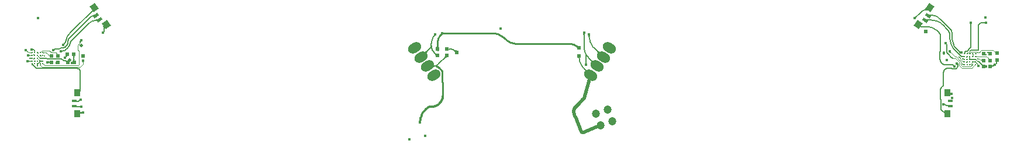
<source format=gtl>
%FSTAX23Y23*%
%MOIN*%
%SFA1B1*%

%IPPOS*%
%AMD24*
4,1,4,-0.025800,0.005700,-0.003000,-0.026200,0.025800,-0.005700,0.003000,0.026200,-0.025800,0.005700,0.0*
%
%AMD25*
4,1,4,-0.008300,-0.015500,0.017300,0.002800,0.008300,0.015500,-0.017300,-0.002800,-0.008300,-0.015500,0.0*
%
%AMD26*
4,1,4,0.003000,-0.026200,0.025800,0.005700,-0.003000,0.026200,-0.025800,-0.005700,0.003000,-0.026200,0.0*
%
%AMD27*
4,1,4,0.017300,-0.002800,-0.008300,0.015500,-0.017300,0.002800,0.008300,-0.015500,0.017300,-0.002800,0.0*
%
%AMD51*
4,1,4,-0.006100,-0.029300,0.025400,0.015800,0.006100,0.029300,-0.025400,-0.015800,-0.006100,-0.029300,0.0*
1,1,0.055120,0.009700,-0.006800*
1,1,0.055120,-0.009700,0.006800*
%
%AMD52*
4,1,4,-0.025400,0.015800,0.006100,-0.029300,0.025400,-0.015800,-0.006100,0.029300,-0.025400,0.015800,0.0*
1,1,0.055120,-0.009700,-0.006800*
1,1,0.055120,0.009700,0.006800*
%
%ADD11C,0.010000*%
%ADD13C,0.006000*%
%ADD14C,0.008000*%
%ADD21C,0.010000*%
%ADD22R,0.031500X0.015750*%
%ADD23R,0.035430X0.039370*%
G04~CAMADD=24~9~0.0~0.0~393.7~354.3~0.0~0.0~0~0.0~0.0~0.0~0.0~0~0.0~0.0~0.0~0.0~0~0.0~0.0~0.0~125.5~516.0~523.0*
%ADD24D24*%
G04~CAMADD=25~9~0.0~0.0~315.0~157.5~0.0~0.0~0~0.0~0.0~0.0~0.0~0~0.0~0.0~0.0~0.0~0~0.0~0.0~0.0~215.5~346.0~309.0*
%ADD25D25*%
G04~CAMADD=26~9~0.0~0.0~393.7~354.3~0.0~0.0~0~0.0~0.0~0.0~0.0~0~0.0~0.0~0.0~0.0~0~0.0~0.0~0.0~234.5~516.0~523.0*
%ADD26D26*%
G04~CAMADD=27~9~0.0~0.0~315.0~157.5~0.0~0.0~0~0.0~0.0~0.0~0.0~0~0.0~0.0~0.0~0.0~0~0.0~0.0~0.0~324.5~346.0~309.0*
%ADD27D27*%
%ADD28R,0.022000X0.023620*%
%ADD29R,0.023620X0.022000*%
%ADD30R,0.021650X0.021650*%
%ADD32C,0.018000*%
%ADD46C,0.014000*%
%ADD47C,0.020000*%
%ADD48C,0.004000*%
%ADD49C,0.006000*%
%ADD50C,0.047240*%
G04~CAMADD=51~3~0.0~0.0~551.2~787.4~0.0~0.0~0~0.0~0.0~0.0~0.0~0~0.0~0.0~0.0~0.0~0~0.0~0.0~0.0~235.0~740.0~682.0*
%ADD51D51*%
G04~CAMADD=52~3~0.0~0.0~551.2~787.4~0.0~0.0~0~0.0~0.0~0.0~0.0~0~0.0~0.0~0.0~0.0~0~0.0~0.0~0.0~125.0~740.0~682.0*
%ADD52D52*%
%ADD53C,0.016000*%
%ADD54C,0.008000*%
%ADD55C,0.024000*%
%ADD56C,0.020000*%
%ADD57C,0.012000*%
%LNfront_flex-1*%
%LPD*%
G36*
X-02388Y00896D02*
X-02389Y00897D01*
X-02389Y00897*
X-02389Y00897*
X-0239Y00897*
X-02391Y00897*
X-02391Y00897*
X-02392Y00896*
X-02393Y00896*
X-02393Y00895*
X-02394Y00894*
X-02398Y00899*
X-02397Y009*
X-02396Y00901*
X-02396Y00902*
X-02395Y00903*
X-02395Y00903*
X-02395Y00904*
X-02395Y00905*
X-02395Y00905*
X-02395Y00906*
X-02395Y00906*
X-02388Y00896*
G37*
G36*
X-02389Y0087D02*
X-0239Y0087D01*
X-02392Y00868*
X-02392Y00868*
X-02393Y00868*
X-02394Y00868*
X-02394Y00867*
X-02381Y00879*
X-0238Y00879*
X-02377Y00881*
X-02375Y00881*
X-02372Y00883*
X-02369Y00884*
X-02366Y00887*
X-02389Y0087*
G37*
G36*
X-02368Y00841D02*
X-02368Y00842D01*
X-02368Y00842*
X-02368Y00842*
X-02368Y00843*
X-02369Y00843*
X-0237Y00843*
X-02371Y00843*
X-02372Y00843*
X-02376Y00843*
X-02368Y0085*
X-02367Y0085*
X-02363Y00851*
X-02362Y00851*
X-02361Y00852*
X-0236Y00852*
X-02359Y00853*
X-02358Y00853*
X-02357Y00854*
X-02357Y00855*
X-02368Y00841*
G37*
G36*
X-02319Y00799D02*
X-0232Y008D01*
X-0232Y00801*
X-02321Y00801*
X-02322Y00802*
X-02322Y00801*
X-02322Y00801*
X-02323Y008*
X-02323Y00799*
X-02323Y00798*
X-02323Y00797*
X-02331Y00802*
X-02331Y00805*
X-02332Y00812*
X-02332Y00814*
X-02332Y00816*
X-02333Y00818*
X-02333Y00819*
X-02334Y0082*
X-02335Y00822*
X-02319Y00799*
G37*
G36*
X-00395Y00776D02*
X-00395Y00776D01*
X-00395Y00776*
X-00394Y00776*
X-00394Y00776*
X-00392Y00776*
X-0039Y00776*
Y00766*
X-00391Y00766*
X-00394Y00766*
X-00395Y00766*
X-00395Y00766*
X-00395Y00765*
X-00395Y00765*
Y00777*
X-00395Y00776*
G37*
G36*
X-00438Y00756D02*
X-00439Y00756D01*
X-00439Y00755*
X-0044Y00755*
X-0044Y00755*
X-00441Y00755*
X-00441Y00754*
X-00442Y00754*
X-00442Y00753*
X-00443Y00753*
X-00443Y00752*
X-00449Y00757*
X-00449Y00758*
X-00448Y0076*
X-00447Y00761*
X-00447Y00761*
X-00447Y00762*
X-00447Y00762*
X-00447Y00763*
Y00763*
X-00438Y00756*
G37*
G36*
X-02456Y00722D02*
X-02457Y00722D01*
X-02458Y00722*
X-02459Y00721*
X-0246Y00721*
X-02461Y00721*
X-02461Y00721*
X-02462Y0072*
X-02462Y0072*
X-02463Y00719*
X-02463Y00719*
X-02466Y00722*
X-02466Y00722*
X-02466Y00723*
X-02465Y00723*
X-02465Y00724*
X-02465Y00725*
X-02465Y00726*
X-02465Y00727*
X-02465Y00727*
X-02465Y00729*
X-02456Y00722*
G37*
G36*
X-00421Y007D02*
X-00421Y00699D01*
X-0042Y00697*
X-0042Y00696*
X-0042Y00695*
X-00419Y00694*
X-00419Y00693*
X-00418Y00693*
X-00417Y00692*
X-00416Y00692*
X-00436Y00692*
X-00435Y00692*
X-00434Y00693*
X-00433Y00693*
X-00433Y00694*
X-00432Y00695*
X-00432Y00696*
X-00431Y00697*
X-00431Y00699*
X-00431Y007*
X-00431Y00702*
X-00421*
X-00421Y007*
G37*
G36*
X-0036Y00689D02*
X-0036Y00688D01*
X-00359Y00687*
X-00359Y00687*
X-00358Y00686*
X-00357Y00686*
X-00356Y00685*
X-00355Y00685*
X-00353Y00685*
X-00352Y00685*
X-00352Y00677*
X-00353Y00677*
X-00355Y00677*
X-00356Y00677*
X-00357Y00677*
X-00358Y00676*
X-00359Y00676*
X-00359Y00675*
X-0036Y00675*
X-0036Y00674*
X-0036Y00673*
Y00689*
X-0036Y00689*
G37*
G36*
X-02733Y00683D02*
X-02733Y00682D01*
X-02732Y00682*
X-02732Y00682*
X-02731Y00681*
X-0273Y00681*
X-0273Y00681*
X-02729Y00681*
X-02728Y00681*
X-02727Y00681*
Y00675*
X-02728Y00675*
X-02729Y00675*
X-0273Y00674*
X-0273Y00674*
X-02731Y00674*
X-02732Y00674*
X-02732Y00673*
X-02733Y00673*
X-02733Y00673*
X-02734Y00672*
Y00683*
X-02733Y00683*
G37*
G36*
X-00483Y00666D02*
X-00484Y00664D01*
X-00485Y00663*
X-00486Y00662*
X-00486Y00661*
X-00487Y0066*
X-00487Y00659*
X-00487Y00659*
X-00487Y00658*
X-00487Y00657*
X-00486Y00657*
X-00498Y00667*
X-00498Y00667*
X-00497Y00667*
X-00496Y00666*
X-00495Y00667*
X-00494Y00667*
X-00493Y00667*
X-00492Y00668*
X-00491Y00669*
X-0049Y0067*
X-00489Y00671*
X-00483Y00666*
G37*
G36*
X-02765Y00675D02*
X-02764Y00673D01*
X-02764Y00672*
X-02764Y00671*
X-02764Y00671*
X-02763Y0067*
X-02763Y00669*
X-02763Y00669*
X-02762Y00668*
X-02765Y00666*
X-02766Y00666*
X-02766Y00666*
X-02767Y00667*
X-02767Y00667*
X-02768Y00667*
X-02769Y00667*
X-0277Y00668*
X-02771Y00668*
X-02772Y00668*
X-02773Y00668*
X-02765Y00676*
X-02765Y00675*
G37*
G36*
X-02568Y00674D02*
X-02567Y00674D01*
X-02566Y00673*
X-02566Y00673*
X-02565Y00673*
X-02565Y00673*
X-02564Y00673*
X-02563Y00673*
X-02562Y00673*
X-02562Y00673*
X-02561Y00667*
X-02562Y00667*
X-02563Y00666*
X-02564Y00666*
X-02565Y00666*
X-02565Y00665*
X-02566Y00665*
X-02566Y00664*
X-02567Y00664*
X-02567Y00663*
X-02568Y00675*
X-02568Y00674*
G37*
G36*
X-0272Y00671D02*
X-0272Y00671D01*
X-0272Y0067*
X-0272Y0067*
X-0272Y00668*
X-0272Y00667*
X-0272Y00667*
X-0272Y00666*
X-0272Y00666*
X-02719Y00665*
X-02719Y00664*
X-02719Y00664*
X-02718Y00663*
X-02718Y00663*
X-02726*
X-02726Y00663*
X-02725Y00664*
X-02725Y00664*
X-02725Y00665*
X-02725Y00666*
X-02724Y00666*
X-02724Y00667*
X-02724Y00667*
X-02724Y00667*
X-02724Y00671*
X-0272*
X-0272Y00671*
G37*
G36*
X-02683Y00664D02*
X-02684Y00664D01*
X-02684Y00664*
X-02684Y00663*
X-02685Y00663*
X-02685Y00662*
X-02685Y00662*
X-02685Y00661*
X-02685Y0066*
X-02686Y0066*
X-02686Y00659*
X-02691Y00665*
X-02691Y00665*
X-0269Y00665*
X-02689Y00665*
X-02689Y00665*
X-02688Y00666*
X-02688Y00666*
X-02687Y00666*
X-02687Y00667*
X-02686Y00667*
X-02686Y00667*
X-02683Y00664*
G37*
G36*
X-02671Y00663D02*
X-02671Y00663D01*
X-0267Y00663*
X-0267Y00663*
X-02669Y00662*
X-02669Y00662*
X-02668Y00662*
X-02667Y00662*
X-02667Y00662*
X-02666Y00662*
Y00658*
X-02667Y00658*
X-02667Y00658*
X-02668Y00658*
X-02669Y00657*
X-02669Y00657*
X-0267Y00657*
X-0267Y00657*
X-02671Y00657*
X-02671Y00656*
X-02672Y00656*
Y00664*
X-02671Y00663*
G37*
G36*
X-02741Y00656D02*
X-02741Y00656D01*
X-02742Y00657*
X-02742Y00657*
X-02743Y00657*
X-02744Y00657*
X-02744Y00657*
X-02745Y00658*
X-02745Y00658*
X-02746Y00658*
X-02746Y00658*
X-02746Y00662*
X-02746Y00662*
X-02745Y00662*
X-02745Y00662*
X-02744Y00662*
X-02744Y00662*
X-02743Y00663*
X-02742Y00663*
X-02742Y00663*
X-02741Y00663*
X-02741Y00664*
Y00656*
G37*
G36*
X-02595Y00657D02*
X-02594Y00656D01*
X-02593Y00656*
X-02593Y00656*
X-02592Y00656*
X-02592Y00655*
X-02591Y00655*
X-0259Y00655*
X-0259Y00655*
X-02601*
X-02601Y00655*
X-026Y00655*
X-026Y00655*
X-026Y00656*
X-026Y00656*
X-026Y00656*
X-026Y00656*
X-026Y00657*
X-02601Y00657*
X-02601Y00658*
X-02596*
X-02595Y00657*
G37*
G36*
X-02639Y00641D02*
X-02639Y00642D01*
X-02639Y00642*
X-0264Y00643*
X-0264Y00643*
X-0264Y00643*
X-02641Y00644*
X-02641Y00644*
X-02642Y00645*
X-02642Y00645*
X-02643Y00645*
X-02643Y0065*
X-02642Y0065*
X-02642Y00649*
X-02641Y00649*
X-02641Y00649*
X-0264Y00649*
X-0264Y00649*
X-0264Y00649*
X-02639Y0065*
X-02639Y0065*
X-02639Y0065*
Y00641*
G37*
G36*
X-02754Y00649D02*
X-02753Y00648D01*
X-02752Y00647*
X-02751Y00647*
X-02751Y00647*
X-0275Y00646*
X-02749Y00646*
X-02749Y00646*
X-02748Y00646*
X-02748Y00642*
X-02749Y00642*
X-02749Y00642*
X-0275Y00642*
X-02751Y00641*
X-02751Y00641*
X-02752Y00641*
X-02753Y0064*
X-02753Y0064*
X-02754Y00639*
X-02755Y00638*
X-02755Y00642*
X-02757Y00642*
Y00646*
X-02757Y00646*
X-02757Y00646*
X-02757Y00646*
X-02756Y00646*
X-02755Y00646*
X-02755Y0065*
X-02754Y00649*
G37*
G36*
X-0044Y00661D02*
X-00434Y00656D01*
X-00433Y00655*
X-00431Y00655*
X-0043Y00654*
X-00429Y00654*
X-00428Y00654*
X-00428Y00654*
X-0044Y00644*
X-00439Y00645*
X-00439Y00645*
X-00439Y00646*
X-0044Y00647*
X-0044Y00649*
X-00441Y0065*
X-00442Y00652*
X-00444Y00653*
X-00448Y00657*
X-00442Y00663*
X-0044Y00661*
G37*
G36*
X-02741Y0064D02*
X-02741Y0064D01*
X-02742Y00641*
X-02742Y00641*
X-02743Y00641*
X-02744Y00642*
X-02744Y00642*
X-02745Y00642*
X-02745Y00642*
X-02746Y00642*
X-02746Y00642*
X-02746Y00646*
X-02746Y00646*
X-02745Y00646*
X-02745Y00646*
X-02744Y00646*
X-02744Y00647*
X-02743Y00647*
X-02742Y00647*
X-02742Y00647*
X-02741Y00648*
X-02741Y00648*
Y0064*
G37*
G36*
X-02701Y00644D02*
X-02701Y00643D01*
X-02701Y00642*
X-02701Y00642*
X-02701Y00641*
X-027Y00641*
X-027Y0064*
X-027Y0064*
X-02699Y00639*
X-02699Y00639*
X-02702Y00636*
X-02703Y00637*
X-02703Y00637*
X-02704Y00638*
X-02704Y00638*
X-02705Y00638*
X-02705Y00638*
X-02706Y00639*
X-02706Y00639*
X-02707Y00639*
X-02707Y00639*
X-02701Y00644*
X-02701Y00644*
G37*
G36*
X-02535Y00639D02*
X-02535Y00639D01*
X-02536Y00639*
X-02537Y00638*
X-02538Y00638*
X-0254Y00637*
X-02541Y00636*
X-02543Y00634*
X-02544Y00633*
X-02551Y00635*
X-0255Y00636*
X-02549Y00637*
X-02548Y00638*
X-02548Y00638*
X-02548Y00638*
X-02548Y00639*
X-02548Y00639*
X-02548Y00639*
X-02534Y00639*
X-02535Y00639*
G37*
G36*
X-00372Y00633D02*
X-00373Y00633D01*
X-00374Y00633*
X-00375Y00633*
X-00375Y00633*
X-00377Y00633*
X-00378Y00632*
X-00379Y00631*
X-0038Y0063*
X-00384Y00627*
X-00389Y00633*
X-00387Y00635*
X-00385Y00638*
X-00384Y00639*
X-00383Y0064*
X-00383Y00641*
X-00383Y00642*
X-00383Y00643*
X-00383Y00644*
X-00383Y00644*
X-00372Y00633*
G37*
G36*
X-02492Y00639D02*
X-02493Y00639D01*
X-02493Y00639*
X-02494Y00638*
X-02494Y00637*
X-02494Y00636*
X-02495Y00635*
X-02495Y00634*
X-02495Y00633*
X-02495Y00631*
X-02503*
X-02503Y00633*
X-02503Y00634*
X-02503Y00635*
X-02504Y00636*
X-02504Y00637*
X-02505Y00638*
X-02505Y00639*
X-02506Y00639*
X-02506Y00639*
X-02507Y00639*
X-02491*
X-02492Y00639*
G37*
G36*
X-02675Y00628D02*
X-02678Y00624D01*
X-02678Y00625*
X-02679Y00625*
X-02679Y00625*
X-0268Y00626*
X-02681Y00626*
X-02681Y00626*
X-02682Y00626*
X-02682Y00626*
X-02683Y00626*
X-02683Y00626*
X-02684Y00626*
X-02684Y00626*
X-02685Y00626*
X-02685Y00626*
X-02686Y00625*
X-02687Y00625*
X-02687Y00625*
X-02688Y00624*
Y00632*
X-02687Y00632*
X-02687Y00632*
X-02686Y00631*
X-02685Y00631*
X-02685Y00631*
X-02684Y00631*
X-02684Y0063*
X-02683Y0063*
X-02683Y0063*
X-02682Y0063*
X-02682Y0063*
X-02681Y00631*
X-02681Y00631*
X-0268Y00631*
X-02679Y00631*
X-02679Y00632*
X-02678Y00632*
X-02678Y00632*
X-02675Y00628*
G37*
G36*
X-02741Y0063D02*
X-0274Y0063D01*
Y00626*
X-0274Y00626*
X-02741Y00626*
X-02741Y00626*
X-02741Y00624*
X-02741Y00624*
X-02742Y00625*
X-02742Y00625*
X-02743Y00625*
X-02743Y00625*
X-02744Y00626*
X-02744Y00626*
X-02745Y00626*
X-02745Y00626*
X-02745Y00625*
X-02745Y00625*
X-02745Y00625*
X-02746Y00625*
X-02746Y00626*
X-02746Y00626*
Y00627*
X-02747Y0063*
X-02746Y0063*
X-02746Y0063*
X-02746Y0063*
X-02746Y0063*
X-02746Y0063*
X-02746Y0063*
X-02745Y0063*
X-02745Y0063*
X-02745Y0063*
X-02744Y0063*
X-02744Y0063*
X-02743Y00631*
X-02743Y00631*
X-02742Y00631*
X-02742Y00632*
X-02741Y00632*
X-02741Y0063*
G37*
G36*
X-02695Y00635D02*
X-02695Y00635D01*
X-02694Y00634*
X-02694Y00634*
X-02693Y00634*
X-02693Y00634*
X-02692Y00634*
X-02692Y00633*
X-02691Y00633*
X-0269Y00633*
X-02696Y00627*
X-02696Y00628*
X-02696Y00629*
X-02696Y00629*
X-02696Y0063*
X-02696Y0063*
X-02697Y00631*
X-02697Y00631*
X-02697Y00632*
X-02698Y00632*
X-02698Y00632*
X-02696Y00636*
X-02695Y00635*
G37*
G36*
X-02671Y00632D02*
X-02671Y00632D01*
X-0267Y00631*
X-0267Y00631*
X-02669Y00631*
X-02669Y00631*
X-02668Y0063*
X-02667Y0063*
X-02667Y0063*
X-02666Y0063*
X-02661Y00631*
Y00626*
X-02661Y00626*
X-02662Y00626*
X-02662Y00626*
X-02663Y00626*
X-02666Y00626*
X-02667Y00626*
X-02667Y00626*
X-02668Y00626*
X-02669Y00626*
X-02669Y00626*
X-0267Y00626*
X-0267Y00625*
X-02671Y00625*
X-02671Y00625*
X-02672Y00624*
X-02675Y00628*
X-02672Y00632*
X-02671Y00632*
G37*
G36*
X-02701Y00628D02*
X-02701Y00628D01*
X-02701Y00627*
X-02701Y00627*
X-02701Y00626*
X-027Y00626*
X-027Y00625*
X-027Y00625*
X-02699Y00624*
X-02699Y00624*
X-02702Y00621*
X-02702Y00621*
X-02703Y00622*
X-02703Y00622*
X-02704Y00622*
X-02704Y00622*
X-02705Y00623*
X-02705Y00623*
X-02706Y00623*
X-02706Y00623*
X-02707Y00623*
X-02701Y00629*
X-02701Y00628*
G37*
G36*
X-02495Y00623D02*
X-02495Y00622D01*
X-02495Y00621*
X-02494Y0062*
X-02494Y00619*
X-02494Y00618*
X-02493Y00618*
X-02493Y00617*
X-02492Y00617*
X-02491Y00617*
X-02506*
X-02505Y00617*
X-02505Y00617*
X-02504Y00618*
X-02504Y00618*
X-02504Y00619*
X-02504Y0062*
X-02503Y00621*
X-02503Y00622*
X-02503Y00623*
X-02503Y00625*
X-02495*
X-02495Y00623*
G37*
G36*
X-02522Y00617D02*
X-02522D01*
X-02522Y00617*
X-02522Y00617*
X-02522Y00617*
X-02522Y00617*
X-02522Y00617*
Y00617*
X-02522Y00617*
X-02522Y00617*
X-02522Y00617*
X-02522Y00617*
X-0253*
X-0253Y00617*
X-0253Y00617*
X-0253Y00617*
X-02529Y00617*
X-02529Y00618*
X-02528Y00619*
X-02526Y00621*
X-02522Y00617*
G37*
G36*
X-02678Y00609D02*
X-02678Y00609D01*
X-02679Y00609*
X-02679Y0061*
X-0268Y0061*
X-02681Y0061*
X-02681Y0061*
X-02682Y0061*
X-02682Y0061*
X-02683Y00611*
X-02683Y0061*
X-02684Y0061*
X-02684Y0061*
X-02685Y0061*
X-02685Y0061*
X-02686Y0061*
X-02687Y00609*
X-02687Y00609*
X-02688Y00609*
Y00617*
X-02687Y00616*
X-02687Y00616*
X-02686Y00616*
X-02685Y00615*
X-02685Y00615*
X-02684Y00615*
X-02684Y00615*
X-02683Y00615*
X-02683Y00615*
X-02682Y00615*
X-02682Y00615*
X-02681Y00615*
X-02681Y00615*
X-0268Y00615*
X-02679Y00616*
X-02679Y00616*
X-02678Y00616*
X-02678Y00617*
Y00609*
G37*
G36*
X-02741D02*
X-02741Y00609D01*
X-02742Y00609*
X-02742Y0061*
X-02743Y0061*
X-02744Y0061*
X-02744Y0061*
X-02745Y0061*
X-02745Y0061*
X-02746Y00611*
X-02746Y00611*
X-02746Y00615*
X-02746Y00615*
X-02745Y00615*
X-02745Y00615*
X-02744Y00615*
X-02744Y00615*
X-02743Y00615*
X-02742Y00616*
X-02742Y00616*
X-02741Y00616*
X-02741Y00617*
Y00609*
G37*
G36*
X-02524Y00608D02*
X-02525D01*
X-02526Y00608*
X-02527Y00608*
X-02528Y00608*
X-02529Y00608*
X-0253Y00607*
X-02531Y00607*
X-02532Y00607*
X-02532Y00606*
X-02533Y00605*
X-02537Y0061*
X-02537Y0061*
X-02536Y00611*
X-02536Y00612*
X-02535Y00613*
X-02535Y00613*
X-02535Y00614*
X-02534Y00615*
X-02534Y00616*
X-02534Y00617*
X-02534Y00618*
X-02524Y00608*
G37*
G36*
X-02543Y00616D02*
X-02543Y00616D01*
X-02543Y00616*
X-02544Y00616*
Y00615*
Y00615*
Y00608*
X-02544Y00608*
X-02544Y00608*
X-02544Y00608*
X-02544Y00608*
X-02545Y00609*
X-02546Y0061*
X-02548Y00611*
X-02544Y00616*
X-02544Y00616*
X-02544Y00616*
X-02544Y00616*
X-02544Y00616*
X-02544Y00616*
X-02543Y00616*
X-02543*
G37*
G36*
X-02756Y00617D02*
X-02754Y00616D01*
X-02753Y00616*
X-02753Y00615*
X-02752Y00615*
X-02751Y00615*
X-02751Y00615*
X-0275Y00615*
X-02749Y00615*
X-02749Y00611*
X-0275Y00611*
X-0275Y0061*
X-02751Y0061*
X-02752Y0061*
X-02752Y0061*
X-02753Y00609*
X-02754Y00609*
X-02754Y00608*
X-02755Y00607*
X-02755Y00607*
X-02756Y00618*
X-02756Y00617*
G37*
G36*
X-02695Y0062D02*
X-02694Y00619D01*
X-02694Y00619*
X-02693Y00619*
X-02693Y00618*
X-02692Y00618*
X-02692Y00618*
X-02691Y00618*
X-02691Y00618*
X-0269Y00618*
X-02695Y00613*
X-0269Y00608*
X-02691Y00608*
X-02691Y00607*
X-02692Y00607*
X-02692Y00607*
X-02693Y00607*
X-02693Y00606*
X-02694Y00606*
X-02694Y00606*
X-02695Y00605*
X-02695Y00605*
X-02698Y00608*
X-02698Y00608*
X-02697Y00609*
X-02697Y00609*
X-02697Y0061*
X-02696Y0061*
X-02696Y00611*
X-02696Y00611*
X-02696Y00612*
X-02696Y00613*
X-02696Y00613*
X-02696Y00614*
X-02696Y00614*
X-02696Y00615*
X-02697Y00615*
X-02697Y00616*
X-02697Y00616*
X-02698Y00617*
X-02698Y00617*
X-02695Y0062*
X-02695Y0062*
G37*
G36*
X-02441Y00608D02*
X-02442Y00607D01*
X-02443Y00606*
X-02443Y00606*
X-02443Y00605*
X-02444Y00604*
X-02444Y00603*
X-02444Y00603*
X-02444Y00602*
X-02448*
X-02448Y00603*
X-02448Y00603*
X-02448Y00604*
X-02448Y00605*
X-02449Y00606*
X-02449Y00606*
X-0245Y00607*
X-0245Y00608*
X-02451Y00608*
X-02452Y00609*
X-0244*
X-02441Y00608*
G37*
G36*
X-02642Y00611D02*
X-02641Y0061D01*
X-0264Y00609*
X-0264Y00609*
X-02639Y00609*
X-02639Y00609*
X-02639Y0061*
Y00609*
X-02639Y00608*
X-02638Y00608*
X-02637Y00608*
X-02637Y00608*
X-02636Y00608*
Y00604*
X-02637Y00604*
X-02637Y00604*
X-02638Y00603*
X-02639Y00603*
X-02639Y00603*
Y00602*
X-02639Y00602*
X-02639Y00603*
X-0264Y00603*
X-0264Y00603*
X-02641Y00602*
X-02641Y00601*
X-02642Y00601*
X-02643Y006*
Y00604*
X-02643Y00604*
Y00608*
X-02643Y00608*
Y00611*
X-02642Y00611*
G37*
G36*
X-02591Y00607D02*
X-0259Y00606D01*
X-02589Y00605*
X-02588Y00605*
X-02588Y00605*
X-02587Y00604*
X-02586Y00604*
X-02586Y00604*
X-02585Y00604*
Y006*
X-02586Y006*
X-02586Y006*
X-02587Y006*
X-02588Y00599*
X-02588Y00599*
X-02589Y00599*
X-0259Y00598*
X-02591Y00598*
X-02591Y00597*
X-02592Y00596*
Y00608*
X-02591Y00607*
G37*
G36*
X-02699Y00601D02*
X-02699Y00601D01*
X-027Y00601*
X-027Y006*
X-027Y006*
X-02701Y00599*
X-02701Y00599*
X-02701Y00598*
X-02701Y00597*
X-02701Y00597*
X-02701Y00596*
X-02707Y00602*
X-02706Y00602*
X-02706Y00602*
X-02705Y00602*
X-02705Y00602*
X-02704Y00603*
X-02704Y00603*
X-02703Y00603*
X-02703Y00604*
X-02702Y00604*
X-02702Y00604*
X-02699Y00601*
G37*
G36*
X-02704Y00594D02*
X-02702Y00594D01*
X-02703Y00593*
X-02703Y00593*
X-02703Y00592*
X-02704Y00592*
X-02704Y00591*
X-02704Y00591*
X-02703Y00591*
X-02703Y0059*
X-02703Y0059*
X-02702Y00589*
X-02704*
X-02704Y00589*
X-02704Y00588*
X-02708Y00588*
X-02708Y00589*
X-02709Y00589*
X-02711*
X-0271Y0059*
X-0271Y0059*
X-0271Y00591*
X-02709Y00591*
X-02709Y00591*
X-02709Y00592*
X-02709Y00592*
X-0271Y00593*
X-0271Y00593*
X-0271Y00594*
X-02708Y00594*
X-02708Y00594*
X-02704*
X-02704Y00594*
G37*
G36*
X-0267Y00597D02*
X-0267Y00596D01*
X-02669Y00596*
X-02669Y00595*
X-02669Y00595*
X-02669Y00594*
X-02668Y00594*
X-02668Y00593*
X-02668Y00593*
X-02667Y00592*
X-0267Y00589*
X-02671Y0059*
X-02671Y0059*
X-02672Y0059*
X-02672Y00591*
X-02673Y00591*
X-02673Y00591*
X-02674Y00591*
X-02674Y00592*
X-02675Y00592*
X-02676Y00592*
X-0267Y00598*
X-0267Y00597*
G37*
G36*
X-02688Y00593D02*
X-02688Y00592D01*
X-02688Y00592*
X-02688Y00592*
X-02688Y00591*
X-02688Y00591*
X-02688Y0059*
X-02689Y0059*
X-02689Y00589*
X-02693*
X-02693Y00589*
X-02693Y0059*
X-02693Y00591*
X-02693Y00591*
X-02693Y00592*
X-02693Y00592*
X-02693Y00592*
X-02694Y00593*
X-02694Y00593*
X-02687*
X-02688Y00593*
G37*
G36*
X-02733Y00596D02*
X-02733Y00596D01*
X-02733Y00595*
X-02732Y00594*
X-02732Y00594*
X-02732Y00593*
X-02731Y00593*
X-0273Y00592*
X-02729Y0059*
X-02735Y00588*
X-02739Y00592*
X-02733Y00597*
X-02733Y00596*
G37*
G36*
X-00446Y00591D02*
X-00446Y00591D01*
X-00445Y0059*
X-00445Y0059*
X-00444Y00589*
X-00443Y00589*
X-00442Y00589*
X-00441*
X-0044Y00589*
X-00438Y00589*
X-0044Y00581*
X-00442Y0058*
X-00445Y00579*
X-00446Y00579*
X-00447Y00578*
X-00448Y00578*
X-00449Y00577*
X-0045Y00577*
X-0045Y00576*
X-0045Y00575*
X-00446Y00592*
X-00446Y00591*
G37*
G36*
X-0246Y0045D02*
X-02459Y00449D01*
X-02459Y00448*
X-02459Y00447*
X-02459Y00446*
X-02459Y00446*
X-02458Y00445*
X-02458Y00445*
X-02457Y00445*
X-02457Y00445*
X-02469*
X-02468Y00445*
X-02468Y00445*
X-02467Y00445*
X-02467Y00446*
X-02466Y00446*
X-02466Y00447*
X-02466Y00448*
X-02466Y00449*
X-02466Y0045*
X-02466Y00451*
X-0246*
X-0246Y0045*
G37*
G36*
X02371Y00901D02*
X0237Y00901D01*
X02369Y00902*
X02368Y00902*
X02367Y00902*
X02366Y00903*
X02365Y00903*
X02363Y00903*
X02362Y00903*
X02361Y00903*
X02359Y00902*
X0235Y00908*
X0235Y00908*
X02351Y00909*
X02352Y00909*
X02352Y00909*
X02353Y00909*
X02353Y0091*
X02354Y0091*
X02354Y00911*
X02355Y00911*
X02355Y00912*
X02371Y00901*
G37*
G36*
X02369Y00882D02*
X0237Y00882D01*
X02372Y00881*
X02373Y00881*
X02374Y0088*
X02378Y00879*
X0238Y00879*
X02384Y00879*
X02388Y00872*
X02387Y00872*
X02386Y00872*
X02386Y00872*
X02385Y00872*
X02385Y00872*
X02385Y00871*
X02385Y00871*
X02385Y00871*
X02386Y0087*
X02387Y0087*
X02368Y00883*
X02369Y00882*
G37*
G36*
X02306Y00863D02*
X02305Y00862D01*
X02304Y00861*
X02304Y0086*
X02303Y0086*
X02303Y00859*
X02303Y00859*
X02303Y00858*
X02302Y00858*
X02302Y00857*
X02294Y00865*
X02295Y00865*
X02295Y00865*
X02296Y00866*
X02296Y00866*
X02297Y00866*
X02298Y00866*
X02298Y00867*
X02299Y00867*
X023Y00868*
X02306Y00863*
G37*
G36*
X02357Y00852D02*
X02358Y00851D01*
X02359Y00851*
X0236Y00851*
X02361Y0085*
X02362Y0085*
X02363Y0085*
X02364Y0085*
X02365Y0085*
X02367Y0085*
X02375Y00844*
X02369Y00844*
X02356Y00853*
X02357Y00852*
G37*
G36*
X02694Y00826D02*
X02693Y00826D01*
X02693Y00827*
X02692Y00827*
X02691Y00828*
X02691Y00828*
X0269Y00828*
X02689Y00828*
X02689Y00828*
X02688Y00828*
X02687Y00828*
Y00834*
X02688Y00834*
X02689Y00835*
X02689Y00835*
X0269Y00835*
X02691Y00835*
X02691Y00835*
X02692Y00836*
X02693Y00836*
X02693Y00837*
X02694Y00837*
Y00826*
G37*
G36*
X0262Y00827D02*
X0262Y00826D01*
X02619Y00825*
X02619Y00825*
X02619Y00824*
X02618Y00824*
X02618Y00823*
X02618Y00822*
X02618Y00821*
X02618Y00821*
X02612*
X02612Y00821*
X02612Y00822*
X02612Y00823*
X02612Y00824*
X02611Y00824*
X02611Y00825*
X02611Y00825*
X0261Y00826*
X0261Y00827*
X02609Y00827*
X02621*
X0262Y00827*
G37*
G36*
X00414Y00768D02*
X00414Y00768D01*
X00414Y00767*
X00413Y00767*
X00413Y00766*
X00413Y00765*
X00413Y00765*
X00413Y00764*
X00413Y00762*
X00405*
X00405Y00763*
X00405Y00765*
X00405Y00765*
X00404Y00766*
X00404Y00767*
X00404Y00767*
X00404Y00768*
X00404Y00768*
X00403Y00768*
X00414*
X00414Y00768*
G37*
G36*
X00443Y00759D02*
X00443Y00758D01*
X00443Y00758*
X00443Y00757*
X00442Y00757*
X00442Y00756*
X00442Y00755*
X00442Y00754*
X00442Y00752*
X00434Y00752*
X00434Y00753*
X00434Y00756*
X00434Y00757*
X00433Y00757*
X00433Y00758*
X00433Y00759*
X00433Y00759*
X00432Y00759*
X00444*
X00443Y00759*
G37*
G36*
X02478Y00713D02*
X02477Y00713D01*
X02478Y00712*
X02478Y00712*
X02478Y00711*
X02478Y0071*
X02478Y0071*
X02479Y00709*
X02479Y00708*
X0248Y00708*
X02474Y00705*
X02474Y00705*
X02473Y00706*
X02473Y00706*
X02472Y00707*
X02472Y00707*
X02471Y00707*
X0247Y00708*
X0247Y00708*
X02469Y00708*
X02468Y00708*
X02478Y00714*
X02478Y00713*
G37*
G36*
X00371Y00701D02*
X00376Y00699D01*
X00378Y00698*
X0038Y00697*
X00381Y00697*
X00383Y00696*
X00384Y00696*
X00385Y00697*
X00386Y00697*
X0037Y00684*
X00371Y00685*
X00371Y00685*
X00371Y00686*
X00371Y00687*
X0037Y00688*
X00369Y0069*
X00368Y00691*
X00366Y00692*
X00364Y00694*
X00362Y00695*
X00368Y00703*
X00371Y00701*
G37*
G36*
X02753Y00658D02*
X02753Y00658D01*
X02753Y00659*
X02753Y00659*
X02753Y00659*
X02752Y0066*
X02752Y0066*
X02751Y00661*
X02751Y00662*
X0275Y00662*
X02752Y00666*
X02752Y00666*
X02752Y00666*
X02753Y00666*
X02753*
X02753Y00666*
X02753Y00666*
X02753Y00666*
X02753Y00666*
X02753Y00666*
X02753Y00667*
Y00658*
G37*
G36*
X-00326Y00676D02*
X-00325Y00676D01*
X-00324Y00675*
X-00323Y00675*
X-00322Y00675*
X-00321Y00675*
X-0032Y00674*
X-00319Y00674*
X-00317Y00674*
X-00316Y00674*
X-00327Y00662*
X-00327Y00663*
X-00327Y00664*
X-00328Y00665*
X-00328Y00666*
X-00329Y00667*
X-00329Y00668*
X-0033Y00669*
X-00331Y00669*
X-00331Y0067*
X-00332Y0067*
X-00327Y00677*
X-00326Y00676*
G37*
G36*
X02713Y00663D02*
X02713Y00663D01*
X02713Y00663*
X02714Y00663*
X02714Y00663*
X02714Y00663*
X02715Y00662*
X02715Y00662*
X02716Y00662*
Y00658*
X02715Y00658*
X02715Y00658*
X02714Y00658*
X02714Y00658*
X02714Y00658*
X02713Y00658*
X02713Y00658*
X02713Y00658*
X02713Y00658*
Y00663*
X02713Y00663*
G37*
G36*
X02501Y00666D02*
X02501Y00664D01*
X02501Y00664*
X02501Y00663*
X02502Y00662*
X02502Y00661*
X02502Y00661*
X02503Y0066*
X02503Y0066*
X025Y00657*
X025Y00657*
X02499Y00658*
X02499Y00658*
X02498Y00658*
X02497Y00659*
X02497Y00659*
X02496Y00659*
X02495Y00659*
X02494Y00659*
X02493Y00659*
X02501Y00667*
X02501Y00666*
G37*
G36*
X0049Y0067D02*
X00491Y00669D01*
X00492Y00668*
X00493Y00667*
X00494Y00667*
X00495Y00667*
X00496Y00666*
X00497Y00667*
X00498Y00667*
X00498Y00667*
X00486Y00657*
X00487Y00657*
X00487Y00658*
X00487Y00659*
X00487Y00659*
X00487Y0066*
X00486Y00661*
X00486Y00662*
X00485Y00663*
X00484Y00664*
X00483Y00666*
X00489Y00671*
X0049Y0067*
G37*
G36*
X02551Y00667D02*
X02552Y00667D01*
X02552Y00666*
X02553Y00666*
X02553Y00666*
X02554Y00666*
X02554Y00666*
X02555Y00666*
X02555Y00666*
X02556Y00666*
X02554Y00656*
X02553Y00656*
X02553Y00656*
X02547Y00662*
X0255Y00668*
X02551Y00667*
G37*
G36*
X02613Y00662D02*
X02613Y00655D01*
X02607Y00659*
X02608Y00659*
X02608Y00659*
X02608Y0066*
X02609Y0066*
X02609Y0066*
X02609Y0066*
X02609Y00661*
X02609Y00661*
X02609Y00662*
X02609Y00662*
X02613Y00662*
G37*
G36*
X026Y00659D02*
X02599Y00659D01*
X02599Y00658*
X02599Y00658*
X02598Y00657*
X02598Y00657*
X02598Y00656*
X02598Y00655*
X02598Y00655*
X02597Y00654*
X02597Y00654*
X02592Y00659*
X02592Y00659*
X02593Y00659*
X02594Y0066*
X02594Y0066*
X02595Y0066*
X02595Y0066*
X02596Y00661*
X02596Y00661*
X02597Y00661*
X02597Y00662*
X026Y00659*
G37*
G36*
X02697Y0065D02*
X02697Y0065D01*
X02698Y0065*
X02698Y0065*
X02698Y0065*
X02698Y0065*
X02699Y0065*
X027Y0065*
Y00646*
X02699*
X02698Y00646*
X02698Y00646*
X02698Y00646*
X02697Y00646*
X02697Y00646*
X02697Y00646*
Y0065*
X02697Y0065*
G37*
G36*
X02573Y00635D02*
X02573Y00635D01*
X02572Y00635*
X02572Y00636*
X02571Y00636*
X02571Y00636*
X0257Y00636*
X02568Y00636*
X02567Y00636*
X02566Y00636*
X02567Y00642*
X02574Y00643*
X02573Y00635*
G37*
G36*
X02643Y00642D02*
X02644Y00642D01*
X02644Y00642*
X02645Y00641*
X02645Y00641*
X02646Y00641*
X02646Y00641*
X02647Y00641*
X02648Y00641*
X02648Y00641*
X02648Y00637*
X02648Y00637*
X02647Y00636*
X02646Y00636*
X02646Y00636*
X02645Y00636*
X02645Y00636*
X02644Y00636*
X02644Y00635*
X02643Y00635*
X02643Y00635*
X02643Y00643*
X02643Y00642*
G37*
G36*
X02551Y00636D02*
X02551Y00635D01*
X02551Y00635*
X02551Y00635*
X02552Y00635*
X02552Y00634*
X02552Y00634*
X02552Y00634*
X02553Y00633*
X0255Y0063*
X0255Y00631*
X02549Y00631*
X02549Y00631*
X02548Y00631*
X02548Y00632*
X02548Y00632*
X02548Y00632*
X02547Y00632*
X02547Y00632*
X02551Y00636*
X02551Y00636*
G37*
G36*
X02637Y00625D02*
X02638Y00625D01*
Y00621*
X02638Y00621*
X02637Y00621*
X02637Y00621*
X02637Y00621*
Y00619*
X02636Y00619*
X02636Y0062*
X02635Y0062*
X02634Y0062*
X02634Y0062*
X02633Y0062*
X02633Y00621*
X02632Y00621*
X02632Y00621*
X02631Y00621*
X02631Y00621*
X0263Y0062*
X0263Y0062*
X02629Y0062*
X02629Y0062*
X02628Y0062*
X02627Y00619*
X02627Y00619*
X02627Y00627*
X02627Y00626*
X02628Y00626*
X02629Y00626*
X02629Y00626*
X0263Y00625*
X0263Y00625*
X02631Y00625*
X02631Y00625*
X02632Y00625*
X02632Y00625*
X02633Y00625*
X02633Y00625*
X02634Y00625*
X02634Y00626*
X02635Y00626*
X02636Y00626*
X02636Y00626*
X02637Y00627*
Y00625*
G37*
G36*
X02716Y0063D02*
X02717Y00629D01*
X02718Y00629*
X02718Y00628*
X02719Y00628*
X02719Y00628*
X0272Y00628*
X0272Y00628*
X02721Y00628*
X02714Y00624*
X02714Y00624*
X02714Y00624*
X02714Y00625*
X02714Y00625*
X02714Y00626*
X02713Y00626*
X02713Y00627*
X02712Y00628*
X02711Y0063*
X02715Y00631*
X02716Y0063*
G37*
G36*
X02645Y00623D02*
X02645Y00622D01*
X02645Y00622*
X02645Y00621*
X02645Y00621*
X02646Y0062*
X02646Y0062*
X02646Y00619*
X02647Y00619*
X02647Y00618*
X02644Y00615*
X02644Y00616*
X02643Y00616*
X02643Y00616*
X02642Y00617*
X02642Y00617*
X02641Y00617*
X02641Y00617*
X0264Y00618*
X0264Y00618*
X02639Y00618*
X0264Y00619*
X02639Y0062*
X02643Y00623*
X02643Y00623*
X02643Y00623*
X02643Y00623*
X02643Y00622*
X02645Y00624*
X02645Y00623*
G37*
G36*
X02569Y00628D02*
X0257Y00628D01*
X0257Y00628*
X0257Y00628*
X0257Y00628*
X02571Y00628*
X02571Y00628*
X02571Y00628*
X02572Y00628*
X02575*
X02572Y00621*
X02572Y00622*
X02571Y00622*
X02571Y00622*
X02571Y00623*
X0257Y00623*
X0257Y00623*
X0257Y00623*
X02569Y00623*
X02569Y00623*
X02569Y00623*
X02569Y00623*
X02569Y00623*
X02568Y00624*
X02568Y00624*
X02568Y00628*
X02569*
X02569Y00628*
X02569Y00628*
G37*
G36*
X02656Y00626D02*
X02656Y00626D01*
X02657Y00626*
X02657Y00626*
X02657Y00626*
X02657Y00626*
X02658Y00626*
X02658Y00626*
X02659Y00626*
Y00622*
X02659Y00622*
X02658Y00622*
X02657Y00622*
X02657Y00622*
X02657Y00622*
X02657Y00621*
X02656Y00621*
X02656Y00621*
X02656Y00621*
Y00627*
X02656Y00626*
G37*
G36*
X02612Y00635D02*
X02611Y00634D01*
X02611Y00634*
X02611Y00633*
X02611Y00633*
X0261Y00632*
X0261Y00632*
X0261Y00631*
X0261Y00631*
X0261Y0063*
X0261Y0063*
X0261Y00629*
X02611Y00629*
X02611Y00628*
X02611Y00627*
X02611Y00627*
X02612Y00626*
X02612Y00626*
X02613Y00626*
X02613Y00626*
X02614Y00625*
X02614Y00625*
X02615Y00625*
X02616Y00625*
X02616Y00625*
X02616Y00625*
X02617Y00625*
X02618Y00625*
X02618Y00625*
X02619Y00626*
X02619Y00626*
X0262Y00626*
X0262Y00626*
X02621Y00627*
X02621Y00619*
X0262Y00619*
X0262Y0062*
X02619Y0062*
X02619Y0062*
X02618Y0062*
X02618Y0062*
X02617Y00621*
X02616Y00621*
X02616Y00621*
X02616Y00621*
X02615Y00621*
X02614Y0062*
X02614Y0062*
X02613Y0062*
X02613Y0062*
X02612Y0062*
X02612Y00619*
X02611Y00619*
Y00621*
X0261Y00621*
Y00625*
X02606*
X02606Y00625*
X02606Y00625*
X02606Y00625*
X02606Y00626*
X02604*
X02605Y00626*
X02605Y00627*
X02605Y00627*
X02605Y00628*
X02606Y00629*
X02606Y00629*
X02606Y0063*
X02606Y0063*
X02606Y00631*
X02606Y00631*
X02606Y00632*
X02606Y00632*
X02606Y00633*
X02605Y00633*
X02605Y00634*
X02605Y00634*
X02605Y00635*
X02604Y00636*
X02612*
X02612Y00635*
G37*
G36*
X02676Y00614D02*
X02676Y00614D01*
X02676Y00615*
X02676Y00615*
X02675Y00615*
X02675Y00615*
X02674Y00615*
X02674Y00616*
X02673Y00616*
X02673Y00616*
X02672Y00616*
Y0062*
X02673Y0062*
X02673Y0062*
X02674Y0062*
X02674Y0062*
X02675Y0062*
X02675Y00621*
X02676Y00621*
X02676Y00621*
X02676Y00621*
X02676Y00622*
Y00614*
G37*
G36*
X02655Y00611D02*
X02655Y00611D01*
X02655Y00611*
X02654Y00611*
X02653Y00611*
X02652Y00611*
X0265Y00611*
Y00615*
X02651*
X02655Y00615*
X02655Y00615*
Y00611*
G37*
G36*
X02637Y00603D02*
X02636Y00603D01*
X02636Y00604*
X02635Y00604*
X02634Y00604*
X02634Y00605*
X02633Y00605*
X02633Y00605*
X02632Y00605*
X02632Y00605*
X02631Y00605*
X02631Y00605*
X0263Y00605*
X0263Y00605*
X02629Y00604*
X02629Y00604*
X02628Y00604*
X02627Y00603*
X02627Y00603*
X02627Y00611*
X02627Y00611*
X02628Y0061*
X02629Y0061*
X02629Y0061*
X0263Y0061*
X0263Y00609*
X02631Y00609*
X02631Y00609*
X02632Y00609*
X02632Y00609*
X02633Y00609*
X02633Y00609*
X02634Y0061*
X02634Y0061*
X02635Y0061*
X02636Y0061*
X02636Y00611*
X02637Y00611*
X02637Y00603*
G37*
G36*
X02572Y00606D02*
X02572Y00606D01*
X02572Y00606*
X02572Y00606*
X02571Y00606*
X02571Y00606*
X02571Y00606*
X0257Y00606*
X02569Y00606*
Y0061*
X02573Y0061*
X02572Y00606*
G37*
G36*
X00454Y00618D02*
X00455Y00617D01*
X00456Y00616*
X00457Y00616*
X00458Y00615*
X00459Y00615*
X0046Y00615*
X00461Y00615*
X00461Y00615*
X00462Y00616*
X0045Y00605*
X0045Y00606*
X00451Y00606*
X00451Y00607*
X00451Y00608*
X00451Y00609*
X0045Y0061*
X0045Y00611*
X00449Y00612*
X00448Y00613*
X00447Y00614*
X00453Y00619*
X00454Y00618*
G37*
G36*
X02765Y00608D02*
X02764Y00608D01*
X02764Y00608*
X02763Y00607*
X02763Y00607*
X02763Y00606*
X02763Y00605*
X02763Y00604*
X02762Y00603*
X02762Y00602*
X02756*
X02756Y00603*
X02756Y00604*
X02756Y00605*
X02756Y00606*
X02756Y00607*
X02755Y00607*
X02755Y00608*
X02754Y00608*
X02754Y00608*
X02753Y00608*
X02765*
X02765Y00608*
G37*
G36*
X02645Y00607D02*
X02645Y00606D01*
X02645Y00606*
X02645Y00605*
X02645Y00605*
X02646Y00604*
X02646Y00604*
X02646Y00603*
X02647Y00603*
X02647Y00602*
X02644Y006*
X02644Y006*
X02643Y006*
X02643Y00601*
X02642Y00601*
X02642Y00601*
X02641Y00601*
X02641Y00602*
X0264Y00602*
X0264Y00602*
X02639Y00602*
X02645Y00608*
X02645Y00607*
G37*
G36*
X02535Y006D02*
X02536Y00599D01*
X02536Y00599*
X02536Y00599*
X02536Y00599*
X02537Y00599*
X02537Y00599*
X02537Y00599*
X02533Y00595*
X02533Y00595*
X02533Y00596*
X02533Y00596*
X02533Y00596*
X02533Y00596*
X02533Y00596*
X02533Y00597*
X02532Y00597*
X02535Y006*
X02535Y006*
G37*
G36*
X00425Y006D02*
X00425Y00599D01*
X00425Y00597*
X00425Y00597*
X00425Y00596*
X00425Y00595*
X00426Y00595*
X00426Y00595*
X00426Y00594*
X00415Y00596*
X00415Y00596*
X00416Y00597*
X00416Y00597*
X00416Y00598*
X00416Y00598*
X00416Y00599*
X00417Y00599*
X00417Y006*
X00417Y00601*
X00417Y00602*
X00425Y006*
G37*
G36*
X0257Y00595D02*
X0257Y00595D01*
X0257Y00595*
X02571Y00594*
X02571Y00594*
X02571Y00594*
X02571Y00594*
X02572Y00594*
X02572Y00594*
X02573Y00594*
X02573Y00595*
X02573Y00595*
X02572Y00589*
X02572Y0059*
X02572Y0059*
X02572Y0059*
X02571Y0059*
X02571Y0059*
X02571Y0059*
X0257Y0059*
X0257Y0059*
X02569Y0059*
Y00591*
X02567Y00591*
X02569Y00594*
Y00594*
X0257*
X0257Y00595*
X0257Y00595*
G37*
G36*
X0275Y00585D02*
X02749Y00585D01*
X02749Y00584*
X02748Y00584*
X02747Y00584*
X02747Y00584*
X02746Y00584*
X02746Y00583*
X02745Y00583*
X02744Y00582*
X02744Y00582*
X02741Y00584*
Y00581*
X0274Y00581*
X02739Y00581*
X02738Y0058*
X02737Y0058*
X02737Y0058*
X02736Y0058*
X02736Y00579*
X02735Y00579*
X02735Y00578*
X02735Y00578*
Y0059*
X02735Y00589*
X02735Y00589*
X02736Y00588*
X02736Y00588*
X02737Y00587*
X02737Y00587*
X02738Y00587*
X02739Y00587*
X0274Y00587*
X02741Y00587*
X02741Y00588*
X02741Y00588*
X02742Y00589*
X02742Y0059*
X02742Y0059*
X02742Y00591*
X02742Y00591*
Y00592*
X0275Y00585*
G37*
G36*
X02542Y00588D02*
X02536Y00586D01*
X02536Y00587*
X02536Y00588*
X02536Y00588*
X02536Y00589*
X02536Y00589*
X02535Y0059*
X02535Y0059*
X02535Y0059*
X02534Y0059*
X02534Y0059*
X02542Y00597*
X02542Y00588*
G37*
G36*
X02678Y00596D02*
X0268Y00594D01*
X02681Y00593*
X02682Y00593*
X02683Y00593*
X02684Y00592*
X02684Y00592*
X02685Y00592*
X02685Y00593*
X02676Y00585*
X02676Y00586*
X02676Y00586*
X02676Y00587*
X02676Y00588*
X02676Y00588*
X02675Y00589*
X02675Y0059*
X02674Y00591*
X02672Y00594*
X02677Y00597*
X02678Y00596*
G37*
G36*
X02513Y00592D02*
X02514Y00592D01*
X02515Y00591*
X02515Y00591*
X02516Y00591*
X02516Y00591*
X02516Y00591*
X02517Y0059*
X02517Y00591*
X02511Y00584*
X02511Y00585*
X02511Y00585*
X02511Y00585*
X02511Y00586*
X02511Y00586*
X0251Y00587*
X0251Y00587*
X02509Y00588*
X02509Y00589*
X02513Y00593*
X02513Y00592*
G37*
G36*
X02625Y00586D02*
X02624Y00586D01*
X02623Y00586*
X02623Y00586*
X02622Y00586*
X02622Y00585*
X02621Y00585*
X02621Y00585*
X0262Y00585*
X0262Y00584*
X02619Y00584*
X02616Y00587*
X02617Y00587*
X02617Y00588*
X02618Y00588*
X02618Y00588*
X02618Y00589*
X02618Y0059*
X02619Y0059*
X02619Y00591*
X02619Y00591*
X02619Y00592*
X02625Y00586*
G37*
G36*
X02694Y00577D02*
X02693Y00577D01*
X02693Y00578*
X02693Y00578*
X02692Y00579*
X02692Y00579*
X02691Y00579*
X02691Y00579*
X0269Y0058*
X02689Y0058*
X02688Y0058*
X02691Y00586*
X02692Y00586*
X02693Y00586*
X02694Y00586*
X02695Y00586*
X02696Y00586*
X02697Y00587*
X02698Y00587*
X02694Y00577*
G37*
G36*
X02465Y0037D02*
X02465Y00369D01*
X02466Y00369*
X02467Y00368*
X02469Y00365*
X02469Y00364*
X02469Y00365*
X02471Y00364*
X02473Y00361*
X02474Y00361*
X02475Y0036*
X02476Y00359*
X02477Y00359*
X02478Y00359*
X02479Y00358*
X0248Y00358*
X02468Y00358*
X02468Y00358*
X02467Y00358*
X02467Y00358*
X02467Y00358*
X02467Y00359*
X02467Y00359*
X02467Y00359*
X02466Y00359*
X02466Y0036*
X02465Y0036*
X02465Y0036*
X02464Y0036*
X02464*
X02463Y0036*
X02462Y0036*
X02462Y0036*
X02465Y0037*
X02465Y0037*
G37*
G36*
X02455Y0033D02*
X02455Y0033D01*
X02456Y00329*
X02457Y00328*
X02458Y00328*
X02459Y00327*
X0246Y00327*
X02461Y00327*
X02461Y00327*
X02462Y00327*
X02447Y00327*
X02447Y00327*
X02447Y00328*
X02447Y00328*
X02447Y00329*
X02447Y00329*
X02447Y00329*
X02446Y0033*
X02446Y0033*
X02446Y00331*
X02445Y00331*
X02454*
X02455Y0033*
G37*
%LNfront_flex-2*%
%LPC*%
G36*
X02611Y00626D02*
X0261D01*
X0261Y00625*
X0261Y00625*
X02611Y00625*
X02611Y00625*
Y00626*
G37*
%LNfront_flex-3*%
%LPD*%
G54D11*
X-00397Y00487D02*
D01*
X-00397Y00488*
X-00397Y00488*
X-00397Y00489*
X-00397Y00489*
X-00397Y0049*
X-00397Y0049*
X-00398Y00491*
X-00398Y00491*
X-00398Y00492*
X-00399Y00492*
X-00399Y00493*
X-00399Y00493*
X00381Y00687D02*
D01*
X00376Y00691*
X00371Y00695*
X00366Y00698*
X00361Y00702*
X00355Y00704*
X0035Y00707*
X00344Y00709*
X00338Y0071*
X00332Y00712*
X00325Y00712*
X00319Y00713*
X00318Y00713*
X-00407Y00765D02*
D01*
X-0041Y00762*
X-00413Y00758*
X-00415Y00755*
X-00418Y00751*
X-0042Y00747*
X-00422Y00743*
X-00423Y00738*
X-00424Y00734*
X-00425Y00729*
X-00426Y00725*
X-00426Y00721*
X-00426Y00719*
X-00428Y00681D02*
D01*
X-00428Y00682*
X-00427Y00682*
X-00427Y00683*
X-00427Y00683*
X-00427Y00684*
X-00426Y00684*
X-00426Y00685*
X-00426Y00685*
X-00426Y00686*
X-00426Y00686*
X-00426Y00687*
X-00426Y00687*
X-00417Y00574D02*
D01*
X-0042Y00576*
X-00423Y00579*
X-00426Y00581*
X-0043Y00583*
X-00433Y00585*
X-00436Y00586*
X-00045Y00744D02*
D01*
X-0005Y00748*
X-00055Y00752*
X-0006Y00756*
X-00066Y00759*
X-00072Y00762*
X-00078Y00765*
X-00084Y00767*
X-0009Y00769*
X-00097Y0077*
X-00103Y00771*
X-0011Y00771*
X-00111Y00771*
X-00044Y00742D02*
D01*
X-00038Y00737*
X-00033Y00733*
X-00027Y00729*
X-00021Y00725*
X-00015Y00722*
X-00009Y00719*
X-00002Y00717*
X00004Y00715*
X0001Y00714*
X00017Y00713*
X00024Y00713*
X00026Y00713*
X-00399Y0055D02*
D01*
X-00399Y00551*
X-00399Y00552*
X-00399Y00553*
X-004Y00553*
X-004Y00554*
X-004Y00555*
X-00401Y00556*
X-00401Y00557*
X-00402Y00558*
X-00402Y00558*
X-00403Y00559*
X-00403Y00559*
X-00399Y00493D02*
Y0055D01*
X-00397Y00411D02*
Y00487D01*
X-00426Y00678D02*
X-00424Y00676D01*
X-02448Y00318D02*
X-02447Y00318D01*
X-02471Y00318D02*
X-02448D01*
X-02471Y00319D02*
X-02471Y00318D01*
X-02478Y00311D02*
X-02471Y00319D01*
X-02479Y00311D02*
X-02478D01*
X02484Y00424D02*
X02505D01*
X02479Y0043D02*
X02484Y00424D01*
X-00525Y00261D02*
Y00265D01*
X-00417Y00574D02*
X-00403Y00559D01*
X00026Y00713D02*
X00318D01*
X-00426Y00687D02*
Y00719D01*
X-00401Y00771D02*
X-00111D01*
X-00407Y00765D02*
X-00401Y00771D01*
X-00045Y00744D02*
X-00044Y00742D01*
X-00417Y00574D02*
D01*
G54D13*
X02503Y00633D02*
D01*
X02504Y00632*
X02505Y00632*
X02505Y00631*
X02506Y00631*
X02507Y0063*
X02508Y0063*
X02509Y00629*
X0251Y00629*
X02511Y00629*
X02512Y00629*
X02513Y00629*
X02513Y00629*
X02478Y00665D02*
D01*
X02478Y00664*
X02478Y00663*
X02478Y00662*
X02478Y00661*
X02479Y0066*
X02479Y00658*
X0248Y00657*
X0248Y00656*
X02481Y00655*
X02481Y00655*
X02482Y00654*
X02482Y00654*
X0247Y00716D02*
D01*
X0247Y00716*
X0247Y00715*
X0247Y00715*
X0247Y00714*
X0247Y00714*
X0247Y00714*
X02471Y00713*
X02471Y00713*
X02471Y00712*
X02471Y00712*
X02472Y00712*
X02472Y00712*
X02431Y00779D02*
D01*
X02426Y00783*
X0242Y00788*
X02414Y00792*
X02408Y00795*
X02402Y00799*
X02396Y00801*
X02389Y00804*
X02382Y00805*
X02376Y00807*
X02369Y00808*
X02362Y00808*
X0236Y00808*
X0244Y00759D02*
D01*
X02439Y0076*
X02439Y00762*
X02439Y00764*
X02439Y00766*
X02438Y00768*
X02437Y0077*
X02436Y00771*
X02435Y00773*
X02434Y00774*
X02433Y00776*
X02432Y00777*
X02432Y00778*
X02436Y00627D02*
D01*
X02436Y00627*
X02436Y00626*
X02436Y00626*
X02437Y00625*
X02437Y00625*
X02437Y00624*
X02437Y00624*
X02437Y00624*
X02438Y00623*
X02438Y00623*
X02438Y00622*
X02438Y00622*
D01*
X02438Y0062*
X02439Y00618*
X02439Y00616*
X02439Y00614*
X0244Y00612*
X02441Y0061*
X02442Y00609*
X02443Y00607*
X02444Y00605*
X02445Y00604*
X02446Y00602*
X02447Y00602*
X02448Y006D02*
D01*
X0245Y00599*
X02452Y00597*
X02454Y00596*
X02455Y00595*
X02457Y00594*
X02459Y00593*
X02462Y00592*
X02464Y00592*
X02466Y00591*
X02468Y00591*
X0247Y00591*
X02471Y00591*
X02436Y00664D02*
D01*
X02437Y00665*
X02437Y00665*
X02438Y00666*
X02438Y00667*
X02439Y00667*
X02439Y00668*
X02439Y00669*
X02439Y0067*
X02439Y0067*
X0244Y00671*
X0244Y00672*
X0244Y00672*
X-02537Y00651D02*
D01*
X-02538Y0065*
X-02538Y00649*
X-02539Y00648*
X-02539Y00647*
X-0254Y00647*
X-0254Y00646*
X-02541Y00645*
X-02541Y00643*
X-02541Y00642*
X-02541Y00641*
X-02541Y0064*
Y0064*
X-00442Y00525D02*
D01*
X-00441Y00525*
X-00441Y00525*
X-0044Y00525*
X-0044Y00525*
X-00439Y00525*
X-00439Y00526*
X-00438Y00526*
X-00438Y00526*
X-00437Y00526*
X-00437Y00527*
X-00437Y00527*
X-00437Y00527*
X02448Y00464D02*
D01*
X02447Y00462*
X02445Y0046*
X02444Y00459*
X02443Y00457*
X02442Y00455*
X02441Y00453*
X0244Y00451*
X0244Y00448*
X02439Y00446*
X02439Y00444*
X02439Y00442*
X02439Y00441*
X02442Y00391D02*
D01*
X02442Y00392*
X02442Y00393*
X02442Y00394*
X02442Y00395*
X02441Y00395*
X02441Y00396*
X02441Y00397*
X0244Y00397*
X0244Y00398*
X0244Y00399*
X02439Y00399*
X02476Y0057D02*
D01*
X02475Y0057*
X02474Y0057*
X02474Y0057*
X02473Y00569*
X02472Y00569*
X02471Y00569*
X0247Y00568*
X02469Y00568*
X02469Y00567*
X02468Y00567*
X02467Y00566*
X02467Y00566*
X02464Y00563D02*
D01*
X02463Y00562*
X02462Y00561*
X02461Y0056*
X02461Y00559*
X0246Y00557*
X02459Y00556*
X02459Y00555*
X02459Y00553*
X02458Y00552*
X02458Y0055*
X02458Y00549*
Y00548*
X02469Y00311D02*
D01*
X0247Y00311*
X0247Y00311*
X0247Y00311*
X0247Y0031*
X02471Y0031*
X02471Y0031*
X02472Y0031*
X02472Y0031*
X02472Y0031*
X02473Y0031*
X02473Y0031*
X02473Y0031*
X02443Y00341D02*
D01*
X02443Y0034*
X02443Y0034*
X02443Y00339*
X02443Y00339*
X02443Y00339*
X02443Y00338*
X02443Y00338*
X02443Y00337*
X02444Y00337*
X02444Y00337*
X02444Y00337*
X02444Y00336*
X02453Y00469D02*
D01*
X02454Y0047*
X02455Y00471*
X02455Y00471*
X02456Y00472*
X02457Y00474*
X02457Y00475*
X02457Y00476*
X02458Y00477*
X02458Y00478*
X02458Y00479*
X02458Y0048*
X02458Y00481*
X-02463Y00553D02*
D01*
X-02463Y00554*
X-02463Y00555*
X-02463Y00556*
X-02463Y00558*
X-02464Y00559*
X-02464Y0056*
X-02465Y00561*
X-02465Y00562*
X-02466Y00563*
X-02467Y00564*
X-02467Y00565*
X-02468Y00565*
D01*
X-02468Y00566*
X-02469Y00567*
X-0247Y00567*
X-02471Y00568*
X-02472Y00568*
X-02473Y00569*
X-02474Y00569*
X-02476Y00569*
X-02477Y0057*
X-02478Y0057*
X-02479Y0057*
X-02479Y0057*
X02445Y00847D02*
D01*
X0244Y00852*
X02435Y00856*
X02429Y0086*
X02423Y00864*
X02417Y00867*
X0241Y0087*
X02404Y00872*
X02397Y00874*
X0239Y00875*
X02383Y00876*
X02376Y00876*
X02374Y00876*
X02508Y00762D02*
D01*
X02508Y00766*
X02508Y00769*
X02507Y00773*
X02506Y00776*
X02505Y0078*
X02504Y00783*
X02502Y00787*
X025Y0079*
X02498Y00793*
X02496Y00796*
X02493Y00799*
X02493Y00799*
X02508Y00741D02*
D01*
X02508Y00735*
X02509Y00729*
X0251Y00724*
X02512Y00718*
X02513Y00712*
X02516Y00707*
X02518Y00701*
X02521Y00696*
X02524Y00691*
X02528Y00687*
X02532Y00682*
X02533Y00681*
X02547Y00667D02*
D01*
X02547Y00667*
X02547Y00667*
X02547Y00667*
X02547Y00667*
X02547Y00667*
X02547Y00667*
X02547Y00667*
X02547Y00668*
X02547Y00668*
X02547Y00668*
X02547Y00668*
X02547Y00668*
X02456Y00817D02*
D01*
X02451Y00822*
X02446Y00827*
X0244Y00831*
X02434Y00834*
X02428Y00837*
X02421Y0084*
X02415Y00842*
X02408Y00844*
X02401Y00845*
X02394Y00846*
X02387Y00847*
X02386Y00847*
X02495Y00754D02*
D01*
X02495Y00758*
X02494Y00762*
X02494Y00766*
X02493Y0077*
X02491Y00774*
X0249Y00778*
X02488Y00782*
X02486Y00786*
X02483Y00789*
X02481Y00793*
X02478Y00796*
X02477Y00796*
X02495Y00745D02*
D01*
X02495Y00738*
X02496Y00731*
X02497Y00724*
X02499Y00717*
X02501Y00711*
X02504Y00704*
X02507Y00698*
X0251Y00692*
X02514Y00686*
X02518Y00681*
X02523Y00675*
X02524Y00674*
X-02508Y00734D02*
D01*
X-02511Y00731*
X-02513Y00729*
X-02515Y00726*
X-02516Y00723*
X-02518Y0072*
X-02519Y00717*
X-0252Y00714*
X-02521Y00711*
X-02522Y00707*
X-02522Y00704*
X-02522Y00701*
X-02522Y007*
X-02574Y00669D02*
D01*
X-0257Y00669*
X-02567Y00669*
X-02564Y0067*
X-0256Y0067*
X-02557Y00671*
X-02554Y00673*
X-02551Y00674*
X-02548Y00676*
X-02545Y00678*
X-02543Y0068*
X-0254Y00682*
X-0254Y00682*
X-02561Y00689D02*
D01*
X-02559Y00689*
X-02558Y00689*
X-02557Y00689*
X-02555Y0069*
X-02554Y0069*
X-02553Y0069*
X-02552Y00691*
X-02551Y00692*
X-02549Y00692*
X-02548Y00693*
X-02547Y00694*
X-02547Y00694*
X-02539Y00703D02*
D01*
X-02538Y00704*
X-02537Y00705*
X-02536Y00707*
X-02535Y00708*
X-02534Y0071*
X-02533Y00711*
X-02533Y00713*
X-02532Y00714*
X-02532Y00716*
X-02532Y00718*
X-02532Y00719*
X-02532Y0072*
X-02522Y0077D02*
D01*
X-02527Y00766*
X-0253Y00762*
X-02534Y00757*
X-02537Y00752*
X-02539Y00746*
X-0254Y00744*
X-02554Y00712D02*
D01*
X-02552Y00714*
X-0255Y00717*
X-02548Y00719*
X-02546Y00722*
X-02545Y00725*
X-02543Y00728*
X-02542Y00731*
X-02542Y00734*
X-02541Y00737*
X-02541Y0074*
X-0254Y00743*
X-0254Y00744*
X-02367Y00924D02*
D01*
X-02368Y00924*
X-02368Y00924*
X-02368Y00924*
X-02368Y00924*
X-02369Y00924*
X-02369Y00924*
X-02369Y00924*
X-02369Y00923*
X-0237Y00923*
X-0237Y00923*
X-0237Y00923*
X-0237Y00923*
X-02524Y00745D02*
D01*
X-02525Y00743*
X-02526Y00741*
X-02527Y0074*
X-02529Y00738*
X-0253Y00736*
X-0253Y00734*
X-02531Y00732*
X-02532Y0073*
X-02532Y00728*
X-02532Y00726*
X-02532Y00724*
X-02532Y00723*
X-02369Y00877D02*
D01*
X-02373Y00877*
X-02376Y00877*
X-0238Y00876*
X-02384Y00875*
X-02387Y00874*
X-0239Y00873*
X-02394Y00871*
X-02397Y00869*
X-024Y00867*
X-02403Y00865*
X-02406Y00863*
X-02406Y00862*
X-02358Y00848D02*
D01*
X-02365Y00847*
X-02371Y00847*
X-02376Y00846*
X-02382Y00844*
X-02388Y00842*
X-02394Y0084*
X-02399Y00837*
X-02404Y00834*
X-02409Y00831*
X-02414Y00827*
X-02419Y00823*
X-0242Y00822*
X00447Y00532D02*
X00448Y0053D01*
X00381Y00639D02*
Y00641D01*
X-02464Y00392D02*
X-02461D01*
X-02493Y00351D02*
X-02493Y00351D01*
X-02458*
X-02474Y00382D02*
X-02464Y00392D01*
X-02493Y00382D02*
X-02474D01*
X02458Y00481D02*
Y00548D01*
X02486Y00358D02*
X02491Y00353D01*
X02472Y00358D02*
X02486D01*
X02472Y00712D02*
X02478Y00706D01*
Y00665D02*
Y00706D01*
X02482Y00654D02*
X02503Y00633D01*
X02519Y00583D02*
X02519D01*
X02528Y00568D02*
X02529Y00569D01*
X02506Y00568D02*
X02528D01*
X02504Y0057D02*
X02506Y00568D01*
X02545Y00654D02*
X0256Y00639D01*
X02544Y00654D02*
X02545D01*
X02524Y00674D02*
X02544Y00654D01*
X02554Y0066D02*
X0256D01*
X02581Y00669D02*
X02594D01*
X02581Y00659D02*
Y00669D01*
X02577Y00654D02*
X02581Y00659D01*
X0256Y00639D02*
X02576D01*
X02511Y00591D02*
X02519Y00583D01*
X02471Y00591D02*
X02511D01*
X02476Y0057D02*
X02504D01*
X0264Y00623D02*
X0264D01*
X02687Y00583D02*
X02696D01*
X-02537Y00605D02*
X-02524Y00619D01*
X-02537Y00605D02*
Y00605D01*
X-02558Y00614D02*
X-02545D01*
X-02569Y00624D02*
X-02558Y00614D01*
X-02583Y00624D02*
X-02569Y00624D01*
X-02549Y00633D02*
Y00633D01*
X-02541Y0064*
X-02545Y00614D02*
X-02537Y00606D01*
X-02509Y00602D02*
Y00603D01*
X-0251Y00602D02*
X-02507Y00605D01*
X-02499D02*
X-02498Y00606D01*
X-02713Y0057D02*
X-02479D01*
X-02499Y00605D02*
X-02499Y00605D01*
X02431Y00779D02*
X02432Y00778D01*
X0233Y00808D02*
X0236D01*
X0244Y00672D02*
Y00759D01*
X02447Y00602D02*
X02448Y006D01*
X02436Y00658D02*
Y00664D01*
Y00653D02*
Y00658D01*
Y00627D02*
Y00653D01*
Y00664D02*
X02436Y00664D01*
X-00437Y00527D02*
X-00432Y00532D01*
X02448Y00464D02*
X02453Y00469D01*
X02442Y00363D02*
X02443Y00341D01*
X02442Y00363D02*
Y00391D01*
X02439Y00441D02*
X02439Y00399D01*
X-02615Y00674D02*
X-02615Y00674D01*
X02327Y00811D02*
X0233Y00808D01*
X02319Y00811D02*
X02327D01*
X02316Y00808D02*
X02319Y00811D01*
X02612Y00674D02*
X02648D01*
X02611Y00673D02*
X02612Y00674D01*
X02615Y00691D02*
Y00833D01*
X02601Y00677D02*
X02615Y00691D01*
X02649Y00674D02*
X02656D01*
X02648Y00674D02*
X02649Y00674D01*
X02601Y00675D02*
Y00677D01*
X02594Y00669D02*
X02601Y00675D01*
X02656Y00819D02*
X02669Y00831D01*
X02699*
X02458Y00366D02*
X02459D01*
X02461Y00368*
X02464Y00563D02*
X02467Y00566D01*
X02444Y00336D02*
X02469Y00311D01*
X02473Y0031D02*
Y00312D01*
X02442Y00363D02*
D01*
X02656Y00674D02*
Y00819D01*
X-02463Y00441D02*
Y00553D01*
X02368Y00876D02*
X02374D01*
X02445Y00847D02*
X0246Y00832D01*
X02508Y00741D02*
Y00762D01*
X02547Y00668D02*
D01*
X02533Y00681D02*
X02547Y00668D01*
X02547Y00667D02*
X02554Y0066D01*
X0246Y00832D02*
D01*
X02493Y00799D01*
X02357Y00847D02*
X02386D01*
X02456Y00817D02*
X02477Y00796D01*
X02495Y00745D02*
Y00754D01*
X-0254Y00682D02*
X-02522Y007D01*
X-02573Y00689D02*
X-02561D01*
X-02532Y0072D02*
Y00723D01*
X-02547Y00694D02*
X-02539Y00703D01*
X-02615Y00674D02*
X-02608Y00681D01*
X-0256Y00706D02*
X-02554Y00712D01*
X-02522Y0077D02*
X-0237Y00923D01*
X-02524Y00745D02*
X-02406Y00862D01*
X-02508Y00734D02*
X-0242Y00822D01*
X-02508Y00734D02*
D01*
X-02659Y00628D02*
X-02648Y00624D01*
X-02583Y00624*
X-02578Y00684D02*
X-02573Y00689D01*
X-0258Y00684D02*
X-02578D01*
X-02583Y00681D02*
X-0258Y00684D01*
X-02608Y00681D02*
X-02583D01*
X-02727Y00678D02*
X-02722Y00673D01*
X-0274Y00678D02*
X-02727D01*
X-02738Y00595D02*
X-02713Y0057D01*
X-02738Y00595D02*
Y00597D01*
X02657Y00613D02*
X02687Y00583D01*
X02758Y00597D02*
X02759Y00598D01*
X02757Y00597D02*
X02758D01*
X02753Y00593D02*
X02757Y00597D01*
X0275Y00593D02*
X02753D01*
X02759Y00598D02*
Y00614D01*
X02765Y00619*
X02741Y00584D02*
X0275Y00593D01*
X0273Y00584D02*
X02741D01*
X02724Y00581D02*
X0273Y00584D01*
X02536Y00596D02*
X02539Y00593D01*
X-02615Y00674D02*
X-02615D01*
X02608Y00623D02*
Y00623D01*
X02529Y00569D02*
X02541Y00582D01*
X02539Y00584D02*
Y00593D01*
Y00584D02*
X02541Y00582D01*
D01*
X-02537Y00605D02*
Y00606D01*
X02577Y00654D02*
Y00654D01*
X-02749Y00627D02*
X-02748Y00628D01*
X-02761Y00644D02*
X-0276D01*
X-02738Y00628D02*
X-02738Y00628D01*
X-0276Y00644D02*
X-02759Y00644D01*
X02461Y00368D02*
X02472Y00358D01*
G54D14*
X-00439Y00764D02*
D01*
X-00443Y0076*
X-00446Y00755*
X-00449Y00751*
X-00452Y00746*
X-00454Y00741*
X-00456Y00736*
X-00458Y00731*
X-0046Y00726*
X-00461Y00721*
X-00461Y00715*
X-00462Y0071*
X-00462Y00708*
X-0047Y00684D02*
D01*
X-00469Y00685*
X-00467Y00687*
X-00466Y00689*
X-00465Y0069*
X-00464Y00692*
X-00464Y00694*
X-00463Y00696*
X-00462Y00698*
X-00462Y007*
X-00462Y00702*
X-00462Y00704*
X-00462Y00705*
Y00701D02*
D01*
X-00461Y00697*
X-00461Y00693*
X-0046Y00689*
X-00459Y00685*
X-00458Y00681*
X-00457Y00677*
X-00455Y00674*
X-00453Y0067*
X-00451Y00667*
X-00448Y00664*
X-00446Y00661*
X-00445Y0066*
X00438Y00757D02*
D01*
X00438Y0075*
X00439Y00744*
X0044Y00737*
X00442Y0073*
X00444Y00723*
X00447Y00717*
X0045Y00711*
X00453Y00704*
X00457Y00699*
X00461Y00693*
X00466Y00688*
X00467Y00687*
X00381Y00639D02*
D01*
X00381Y00632*
X00382Y00625*
X00383Y00618*
X00385Y00612*
X00387Y00605*
X00389Y00599*
X00393Y00592*
X00396Y00586*
X004Y0058*
X00404Y00575*
X00409Y0057*
X0041Y00569*
X0237Y00907D02*
D01*
X02366Y00907*
X02362Y00907*
X02357Y00906*
X02353Y00905*
X02349Y00904*
X02345Y00902*
X02341Y009*
X02337Y00898*
X02334Y00895*
X0233Y00893*
X02327Y0089*
X02326Y00889*
X00421Y00652D02*
D01*
X00424Y00646*
X00428Y0064*
X00433Y00634*
X00437Y00629*
X00438Y00628*
X00409Y00699D02*
D01*
X00409Y00692*
X0041Y00685*
X00411Y00678*
X00413Y00671*
X00415Y00665*
X00417Y00658*
X00421Y00652*
X00421Y00652*
X0042Y0059D02*
D01*
X0042Y0059*
X0042Y0059*
X0042Y0059*
X0042Y0059*
X0042Y00591*
X0042Y00591*
X00421Y00591*
X00421Y00592*
X00421Y00592*
X00421Y00592*
X00421Y00592*
X00421Y00593*
X-00436Y00586D02*
D01*
X-00433Y00587*
X-00431Y00588*
X-00429Y00589*
X-00427Y0059*
X-00425Y00592*
X-00423Y00594*
X-00422Y00594*
X-00448Y00584D02*
D01*
X-00445Y00584*
X-00443Y00584*
X-0044Y00585*
X-00438Y00585*
X-00436Y00586*
X-00315Y00662D02*
D01*
X-00318Y00666*
X-00322Y00668*
X-00325Y00671*
X-00329Y00673*
X-00333Y00675*
X-00338Y00677*
X-00342Y00679*
X-00346Y0068*
X-00351Y00681*
X-00355Y00681*
X-0036Y00681*
X-00361Y00681*
X-00462Y00705D02*
Y00708D01*
X-00445Y0066D02*
X-00438Y00653D01*
X-00462Y00701D02*
Y00705D01*
X-0047Y00684D02*
D01*
X-00519Y00635D02*
X-0047Y00684D01*
X0041Y00569D02*
X00447Y00532D01*
X00467Y00687D02*
X00519Y00635D01*
X00438Y00757D02*
Y00765D01*
X-02499Y00605D02*
Y00651D01*
X02294Y00857D02*
X02326Y00889D01*
X00409Y00699D02*
Y00774D01*
X00438Y00628D02*
X00483Y00584D01*
X00421Y00593D02*
Y00652D01*
X-00422Y00594D02*
X-00374Y00643D01*
X-00438Y00653D02*
Y00653D01*
Y00653D02*
X-00429Y00644D01*
X-00428*
X-02333Y00774D02*
Y00777D01*
X-02327Y00782*
Y00813*
G54D21*
X-02738Y0066D03*
X-02722D03*
X-02706D03*
X-02691D03*
X-02675D03*
X-02738Y00644D03*
X-02722D03*
X-02706D03*
X-02691D03*
X-02675D03*
X-02738Y00628D03*
X-02722D03*
X-02706D03*
X-02691D03*
X-02675D03*
X-02738Y00613D03*
X-02722D03*
X-02706D03*
X-02691D03*
X-02675D03*
X-02738Y00597D03*
X-02722D03*
X-02706D03*
X-02691D03*
X-02675D03*
X02577Y00654D03*
X02592D03*
X02608D03*
X02624D03*
X0264D03*
X02577Y00639D03*
X02592D03*
X02608D03*
X02624D03*
X0264D03*
X02577Y00623D03*
X02592D03*
X02608D03*
X02624D03*
X0264D03*
X02577Y00607D03*
X02592D03*
X02608D03*
X02624D03*
X0264D03*
X02577Y00591D03*
X02592D03*
X02608D03*
X02624D03*
X0264D03*
G54D22*
X-02496Y00386D03*
Y00355D03*
X02496D03*
Y00386D03*
G54D23*
X-02479Y00311D03*
Y0043D03*
X02479D03*
Y00311D03*
G54D24*
X-02382Y00918D03*
X-02314Y00822D03*
G54D25*
X-02353Y00847D03*
X-02372Y00873D03*
G54D26*
X02312Y00821D03*
X02381Y00917D03*
G54D27*
X0237Y00872D03*
X02352Y00846D03*
G54D28*
X02687Y00581D03*
X02724D03*
X02687Y00656D03*
X02724D03*
X02687Y00616D03*
X02724D03*
X-02533Y00605D03*
X-02495D03*
X-02537Y00651D03*
X-02499D03*
X-02628Y00605D03*
X-02591D03*
Y00643D03*
X-02628D03*
G54D29*
X02765Y00657D03*
Y00619D03*
X-00372Y00644D03*
Y00681D03*
X-00428D03*
Y00644D03*
G54D30*
X00381Y00687D03*
Y00641D03*
G54D32*
X02461Y00659D03*
G54D46*
X-00412Y00374D02*
D01*
X-0041Y00376*
X-00407Y00379*
X-00405Y00382*
X-00403Y00385*
X-00402Y00388*
X-004Y00392*
X-00399Y00395*
X-00398Y00399*
X-00397Y00402*
X-00397Y00406*
X-00397Y0041*
X-00397Y00411*
X-00455Y00353D02*
D01*
X-00459Y00352*
X-00462Y00352*
X-00466Y00351*
X-00469Y00351*
X-00473Y0035*
X-00476Y00348*
X-00479Y00347*
X-00482Y00345*
X-00485Y00343*
X-00488Y00341*
X-00491Y00338*
X-00492Y00338*
X-00497Y00332D02*
D01*
X-00501Y00328*
X-00505Y00322*
X-00509Y00317*
X-00513Y00311*
X-00516Y00305*
X-00518Y00299*
X-0052Y00293*
X-00522Y00287*
X-00523Y0028*
X-00524Y00274*
X-00525Y00267*
X-00525Y00265*
X-00455Y00353D02*
D01*
X-00452Y00353*
X-00448Y00353*
X-00444Y00354*
X-00441Y00355*
X-00437Y00356*
X-00433Y00357*
X-0043Y00359*
X-00427Y00361*
X-00424Y00363*
X-00421Y00365*
X-00418Y00368*
X-00417Y00368*
X-00497Y00332D02*
X-00492Y00338D01*
X-00417Y00368D02*
X-00412Y00374D01*
G54D47*
X00405Y00394D02*
D01*
X00406Y00395*
X00407Y00396*
X00408Y00397*
X00408Y00398*
X00409Y00399*
X00409Y004*
X0035Y00323D02*
D01*
X0035Y00322*
X0035Y00322*
X0035Y00322*
X0035Y00321*
X00351Y00321*
X00358Y00296D02*
D01*
X00358Y00296*
X00358Y00296*
X00358Y00296*
X00358Y00295*
X00358Y00295*
X00362Y00351D02*
D01*
X0036Y00349*
X00359Y00347*
X00357Y00344*
X00355Y00342*
X00354Y00339*
X00353Y00337*
X00352Y00334*
X00351Y00331*
X00351Y00328*
X0035Y00325*
X0035Y00323*
X00409Y004D02*
D01*
X00409Y004*
X00409Y004*
X00409Y004*
X00409Y004*
X00409Y004*
X00409Y004*
X00377Y00366D02*
X00405Y00394D01*
X00409Y004D02*
X00448Y0053D01*
X0035Y00323D02*
D01*
X00358Y00296D02*
D01*
X00359Y00295*
X00351Y00321D02*
X00358Y00296D01*
X00362Y00351D02*
X00377Y00366D01*
X00359Y00295D02*
X00393Y00209D01*
X00406Y00204D02*
X005Y00244D01*
X00401Y00204D02*
X00406D01*
X00396Y00206D02*
X00401Y00204D01*
X00393Y00209D02*
X00396Y00206D01*
G54D48*
X-02457Y0073D02*
D01*
X-02461Y00725*
X-02464Y00721*
X-02468Y00716*
X-02471Y00711*
X-02474Y00705*
X-02476Y007*
X-02478Y00694*
X-02478Y00693*
X-0247Y00666D02*
D01*
X-0247Y00666*
X-02471Y00667*
X-02471Y00668*
X-02471Y00669*
X-02471Y0067*
X-02471Y0067*
X-02472Y00671*
X-02472Y00672*
X-02473Y00672*
X-02473Y00673*
X-02474Y00674*
X-02474Y00674*
X-02478Y00685D02*
D01*
X-02478Y00684*
X-02478Y00683*
X-02478Y00682*
X-02478Y00681*
X-02478Y0068*
X-02477Y00679*
X-02477Y00678*
X-02476Y00677*
X-02475Y00676*
X-02475Y00675*
X-02474Y00674*
X-02474Y00674*
X02533Y00635D02*
D01*
X02532Y00636*
X02532Y00636*
X02531Y00637*
X0253Y00637*
X0253Y00638*
X02529Y00638*
X02528Y00638*
X02528Y00638*
X02527Y00638*
X02526Y00638*
X02525Y00639*
X02525Y00639*
X02519Y00641D02*
D01*
X02519Y00641*
X0252Y0064*
X0252Y0064*
X02521Y0064*
X02522Y00639*
X02522Y00639*
X02523Y00639*
X02523Y00639*
X02524Y00639*
X02524Y00639*
X02525Y00639*
X02525Y00639*
X02545Y00621D02*
D01*
X02545Y00621*
Y00621*
Y00622*
X02545Y00622*
X02545Y00622*
D01*
X02545Y00622*
X02545Y00622*
X02545Y00622*
X02545Y00623*
X02545Y00623*
X02545Y00623*
X02544Y00624*
X02544Y00624*
X02544Y00624*
X02544Y00624*
X02544Y00624*
X-02635Y00669D02*
D01*
X-02633Y00667*
X-02632Y00666*
X-0263Y00665*
X-02628Y00664*
X-02626Y00663*
X-02624Y00662*
X-02622Y00661*
X-02622Y00661*
X-02635Y00669D02*
D01*
X-02636Y00669*
X-02636Y0067*
X-02637Y0067*
X-02637Y00671*
X-02638Y00671*
X-02638Y00671*
X-02639Y00671*
X-0264Y00672*
X-0264Y00672*
X-02641Y00672*
X-02642Y00672*
X-02642Y00672*
X-02653Y00657D02*
D01*
X-02654Y00658*
X-02654Y00658*
X-02655Y00658*
X-02655Y00659*
X-02656Y00659*
X-02656Y00659*
X-02657Y00659*
X-02658Y0066*
X-02658Y0066*
X-02659Y0066*
X-0266Y0066*
X-0266Y0066*
X-02653Y00657D02*
D01*
X-02653Y00657*
X-02653Y00657*
X-02653Y00657*
X-02653Y00657*
X-02653Y00657*
Y00657*
X-02648Y00651D02*
D01*
X-02646Y0065*
X-02645Y00649*
X-02643Y00648*
X-02642Y00647*
X-0264Y00646*
X-02638Y00645*
X-02636Y00645*
X-02635Y00644*
X-02633Y00644*
X-02631Y00644*
X-02629Y00643*
X-02628Y00643*
X02575Y00608D02*
D01*
X02575Y00608*
X02575Y00608*
X02575Y00608*
X02575Y00608*
X02575Y00608*
X02574Y00608*
X02574Y00608*
X02574Y00608*
X02574Y00608*
X02574Y00608*
X02574Y00608*
X02574Y00608*
X-00373Y00643D02*
D01*
X-00373Y00643*
X-00373Y00643*
X-00373Y00643*
X-00373Y00643*
X-00373Y00643*
X-00374Y00643*
X-00374Y00643*
X-00372Y00644D02*
D01*
X-00372Y00644*
X-00372Y00644*
X-00372Y00644*
X-00372Y00643*
X-00373Y00643*
X-00373Y00643*
X-02481Y0031D02*
X-02478Y00307D01*
X02473Y00428D02*
X02475Y00426D01*
X-02475Y00425D02*
X-02463Y00438D01*
X-02478Y00307D02*
X-02475D01*
X02513Y00629D02*
X02526D01*
X-02478Y00685D02*
Y00693D01*
X-0247Y00591D02*
Y00666D01*
X02493Y00667D02*
X02519Y00641D01*
X02533Y00635D02*
X02544Y00624D01*
X02624Y00591D02*
Y00591D01*
X02545Y00621D02*
X02556Y0061D01*
X02564Y00572D02*
X02619D01*
X02548Y00588D02*
X02564Y00572D01*
X02566Y00595D02*
X02569Y00592D01*
X02567Y0058D02*
X02613D01*
X02556Y00591D02*
X02567Y0058D01*
X02556Y00591D02*
Y0061D01*
X02548Y00588D02*
Y00607D01*
X02537Y00618D02*
X02548Y00607D01*
X02534Y00598D02*
X02536Y00596D01*
X02547Y00636D02*
X02553Y0063D01*
X02566Y00626D02*
X02566Y00626D01*
X02624Y00623D02*
X0264D01*
X02608D02*
X02624D01*
X-02707Y00644D02*
X-02691Y00628D01*
X-02691Y00628D02*
X-02659D01*
X-02665Y00587D02*
X-02486D01*
X-02681Y00579D02*
X-02483D01*
X-02446Y00596D02*
Y00615D01*
X-02474Y00587D02*
X-0247Y00591D01*
X-02486Y00587D02*
X-02474D01*
X-02486Y00587D02*
X-02486Y00587D01*
X-02463Y00579D02*
X-02446Y00596D01*
X-02483Y00579D02*
X-02463D01*
X02591Y00607D02*
X02594D01*
X-02622Y00661D02*
X-02615D01*
X-02615Y00661*
X-02612*
X-02611Y00661*
X-02593Y00653D02*
X-02585D01*
X-02679Y00672D02*
X-02642D01*
X-02601Y00661D02*
X-02593Y00653D01*
X-02611Y00661D02*
X-02601D01*
X-02653Y00657D02*
X-02648Y00651D01*
X-02653Y00657D02*
X-02653Y00657D01*
X-02675Y0066D02*
X-0266D01*
X02569Y00608D02*
X02574D01*
X02553Y00625D02*
X02569Y00608D01*
X02619Y00665D02*
X02644D01*
X02645Y00664*
X02618Y00664D02*
X02619Y00665D01*
X02613Y00664D02*
X02618D01*
X02611Y00662D02*
X02613Y00664D01*
X02592Y00654D02*
X02611Y00673D01*
X-00483Y00584D02*
X-00448D01*
X-02691Y00613D02*
X-02691D01*
X-02706Y00628D02*
Y00628D01*
X-00372Y00681D02*
X-00361D01*
X-02706Y00628D02*
X-02691Y00613D01*
X-02563Y00703D02*
X-0256Y00706D01*
X-02649Y00606D02*
X-02628D01*
X02713Y0066D02*
X0272D01*
X02694Y00648D02*
X027D01*
X02694D02*
D01*
X02608Y00654D02*
X02609D01*
X02608Y00654D02*
X02608Y00654D01*
X02649Y00664D02*
X0265Y00663D01*
X02645Y00664D02*
X02649D01*
X02611Y00656D02*
Y00662D01*
X-02691Y00589D02*
X-02681Y00579D01*
X-02483D02*
X-02483Y00579D01*
X-02691Y00589D02*
Y00597D01*
X-02706Y00585D02*
Y00597D01*
X-02598Y00602D02*
X-02582D01*
X0265Y00613D02*
X02657D01*
X0264Y00623D02*
X0265Y00613D01*
X02635Y00587D02*
Y00588D01*
X02628Y0058D02*
X02635Y00587D01*
X02627Y0058D02*
X02628D01*
X02619Y00572D02*
X02627Y0058D01*
X02623Y00607D02*
X0264D01*
X0264Y00607D02*
X02655Y00591D01*
X0264Y00607D02*
X0264Y00607D01*
X02619Y00602D02*
Y00604D01*
X02613Y00596D02*
X02619Y00602D01*
X02612Y00596D02*
X02613D01*
X0261Y00595D02*
X02612Y00596D01*
X0261Y00595D02*
D01*
X0259Y00604D02*
Y00605D01*
X02591Y00607*
X02668Y00669D02*
X0267Y0067D01*
X02664Y00665D02*
X02666Y00666D01*
X02675Y00675D02*
X02741D01*
X0267Y0067D02*
X02675Y00675D01*
X0267Y0067D02*
Y0067D01*
X02666Y00666D02*
X02668Y00669D01*
X02741Y00675D02*
X02751Y00665D01*
X0264Y00639D02*
X02673D01*
X02705Y00638D02*
X02724Y00619D01*
X02673Y00638D02*
X02705D01*
X02673Y00639D02*
X02673Y00638D01*
X-02587Y00615D02*
X-02582Y0061D01*
X-02591Y00611D02*
X-02587Y00615D01*
X02686Y00618D02*
X02687Y00619D01*
X0267Y00618D02*
X02686D01*
X02664Y00624D02*
X0267Y00618D01*
X02653Y00624D02*
X02664D01*
X-02591Y00611D02*
X-02582Y00602D01*
X-02691Y00628D02*
X-02691Y00628D01*
X02608Y00623D02*
Y00639D01*
X-02675Y00597D02*
X-02665Y00587D01*
X02655Y00586D02*
X02658Y00584D01*
X02655Y00586D02*
Y00591D01*
X02619Y00604D02*
X02623Y00607D01*
X02608Y00592D02*
X0261Y00595D01*
X02608Y00591D02*
Y00592D01*
X02569Y00592D02*
X02576D01*
X02526Y00629D02*
X02537Y00618D01*
Y00618D02*
Y00618D01*
X02553Y00625D02*
Y0063D01*
X02566Y00626D02*
X02573D01*
X02576Y00623*
X02577*
X02576Y00592D02*
X02577Y00591D01*
X02635Y00588D02*
X02638Y00591D01*
X0264*
X02613Y0058D02*
X02624Y00591D01*
X02576Y00639D02*
X02577Y00639D01*
X02664Y00665D02*
X02664D01*
X02662Y00663D02*
X02664Y00665D01*
X0265Y00663D02*
X02662D01*
X02751Y00665D02*
Y00665D01*
Y00665D02*
X0276Y00656D01*
X0276*
X02687Y00656D02*
X02694Y00648D01*
X0272Y0066D02*
X02724Y00656D01*
X02609Y00654D02*
X02611Y00656D01*
X-02761Y00613D02*
X-02738D01*
X-02722Y0066D02*
Y00673D01*
X-02773Y00676D02*
X-02757Y0066D01*
X-02759Y00644D02*
X-02738D01*
X-02757Y0066D02*
X-02738D01*
X-02691D02*
X-02679Y00672D01*
X-02762Y00612D02*
X-02761Y00613D01*
X-02706Y00597D02*
X-02706Y00597D01*
X-02748Y00628D02*
X-02738D01*
X02592Y00639D02*
D01*
X-02706Y00597D02*
X-02691Y00613D01*
X-02675*
G54D49*
X02547Y00668D03*
G54D50*
X00478Y00311D03*
X00502Y00245D03*
X00569Y00269D03*
X00545Y00335D03*
G54D51*
X00447Y00532D03*
X00483Y00584D03*
X00519Y00635D03*
X00555Y00687D03*
G54D52*
X-00447Y00532D03*
X-00483Y00584D03*
X-00519Y00635D03*
X-00555Y00687D03*
G54D53*
X-02447Y00318D03*
X02505Y00424D03*
X02506Y004D03*
X-02461Y00392D03*
X-02458Y00351D03*
X-00587Y00166D03*
X-00525Y00261D03*
X-00498Y00184D03*
X02478Y00617D03*
X02493Y00667D03*
X02519Y00583D03*
X02534Y00598D03*
X0256Y0066D03*
X-02549Y00633D03*
X-02509Y00602D03*
X-02446Y00615D03*
X0247Y00716D03*
X-02615Y00675D03*
X02615Y00833D03*
X02699Y00831D03*
X02698Y0086D03*
X-02703Y00858D03*
X02458Y00366D03*
X-02598Y00602D03*
X-02649Y00606D03*
X-02574Y00669D03*
X-0274Y00678D03*
X-00439Y00764D03*
X0275Y00593D03*
X0042Y0059D03*
X-00066Y00797D03*
X-0256Y00706D03*
X-00401Y00771D03*
X02701Y0058D03*
X00438Y00765D03*
X00409Y00774D03*
X-02457Y0073D03*
X-02333Y00774D03*
X02294Y00857D03*
X02658Y00584D03*
X-02773Y00676D03*
X-02761Y00644D03*
X-02762Y00612D03*
G54D54*
X02566Y00595D03*
X02547Y00636D03*
X02566Y00626D03*
X-02688Y00641D03*
X-02667Y00641D03*
X0271Y0066D03*
X027Y00648D03*
X-02704Y00657D03*
X-02725Y00647D03*
Y00626D03*
X-02719Y0061D03*
X02627Y00653D03*
Y00641D03*
X0259Y00604D03*
Y0062D03*
X0259Y00636D03*
X02653Y00624D03*
X02644Y00654D03*
X-02749Y00627D03*
G54D55*
X-02447Y0064D03*
X02356Y0078D03*
X-00315Y00662D03*
G54D56*
X-02524Y00618D03*
X-02455Y00701D03*
G54D57*
X-02706Y00585D03*
M02*
</source>
